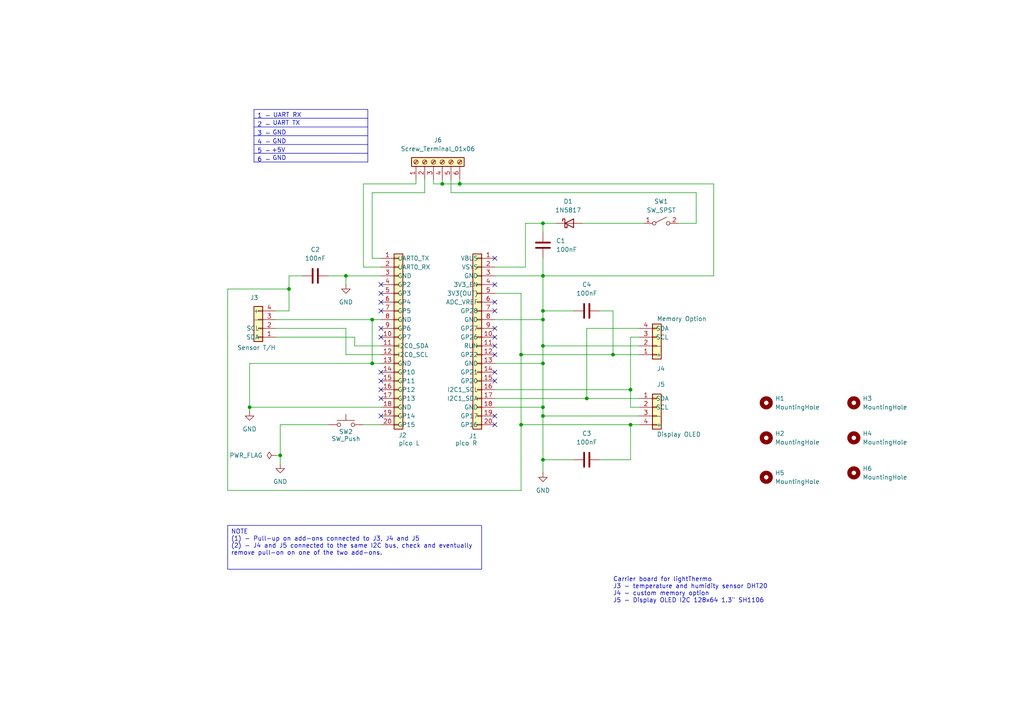
<source format=kicad_sch>
(kicad_sch
	(version 20250114)
	(generator "eeschema")
	(generator_version "9.0")
	(uuid "ff2579f3-1039-4656-ab5f-4644443a1078")
	(paper "A4")
	(title_block
		(title "Carrier board for LightThermo")
		(date "2025-03-10")
		(rev "1.0")
		(company "AM")
	)
	(lib_symbols
		(symbol "Conn_01x04_1"
			(pin_names
				(offset 1.016)
			)
			(exclude_from_sim no)
			(in_bom yes)
			(on_board yes)
			(property "Reference" "J4"
				(at 2.54 0.0001 0)
				(effects
					(font
						(size 1.27 1.27)
					)
					(justify left)
				)
			)
			(property "Value" "Sensore"
				(at 2.54 -2.5399 0)
				(effects
					(font
						(size 1.27 1.27)
					)
					(justify left)
				)
			)
			(property "Footprint" "Connector_PinHeader_2.54mm:PinHeader_1x04_P2.54mm_Horizontal"
				(at 0 0 0)
				(effects
					(font
						(size 1.27 1.27)
					)
					(hide yes)
				)
			)
			(property "Datasheet" "~"
				(at 0 0 0)
				(effects
					(font
						(size 1.27 1.27)
					)
					(hide yes)
				)
			)
			(property "Description" "Generic connector, single row, 01x04, script generated (kicad-library-utils/schlib/autogen/connector/)"
				(at 0 0 0)
				(effects
					(font
						(size 1.27 1.27)
					)
					(hide yes)
				)
			)
			(property "ki_keywords" "connector"
				(at 0 0 0)
				(effects
					(font
						(size 1.27 1.27)
					)
					(hide yes)
				)
			)
			(property "ki_fp_filters" "Connector*:*_1x??_*"
				(at 0 0 0)
				(effects
					(font
						(size 1.27 1.27)
					)
					(hide yes)
				)
			)
			(symbol "Conn_01x04_1_1_1"
				(rectangle
					(start -1.27 3.81)
					(end 1.27 -6.35)
					(stroke
						(width 0.254)
						(type default)
					)
					(fill
						(type background)
					)
				)
				(rectangle
					(start -1.27 2.667)
					(end 0 2.413)
					(stroke
						(width 0.1524)
						(type default)
					)
					(fill
						(type none)
					)
				)
				(rectangle
					(start -1.27 0.127)
					(end 0 -0.127)
					(stroke
						(width 0.1524)
						(type default)
					)
					(fill
						(type none)
					)
				)
				(rectangle
					(start -1.27 -2.413)
					(end 0 -2.667)
					(stroke
						(width 0.1524)
						(type default)
					)
					(fill
						(type none)
					)
				)
				(rectangle
					(start -1.27 -4.953)
					(end 0 -5.207)
					(stroke
						(width 0.1524)
						(type default)
					)
					(fill
						(type none)
					)
				)
				(pin passive line
					(at -5.08 2.54 0)
					(length 3.81)
					(name "SDA"
						(effects
							(font
								(size 1.27 1.27)
							)
						)
					)
					(number "1"
						(effects
							(font
								(size 1.27 1.27)
							)
						)
					)
				)
				(pin passive line
					(at -5.08 0 0)
					(length 3.81)
					(name "SCL"
						(effects
							(font
								(size 1.27 1.27)
							)
						)
					)
					(number "2"
						(effects
							(font
								(size 1.27 1.27)
							)
						)
					)
				)
				(pin passive line
					(at -5.08 -2.54 0)
					(length 3.81)
					(name "-"
						(effects
							(font
								(size 1.27 1.27)
							)
						)
					)
					(number "3"
						(effects
							(font
								(size 1.27 1.27)
							)
						)
					)
				)
				(pin passive line
					(at -5.08 -5.08 0)
					(length 3.81)
					(name "+"
						(effects
							(font
								(size 1.27 1.27)
							)
						)
					)
					(number "4"
						(effects
							(font
								(size 1.27 1.27)
							)
						)
					)
				)
			)
			(embedded_fonts no)
		)
		(symbol "Conn_01x04_2"
			(pin_names
				(offset 1.016)
			)
			(exclude_from_sim no)
			(in_bom yes)
			(on_board yes)
			(property "Reference" "J4"
				(at 0 6.604 0)
				(effects
					(font
						(size 1.27 1.27)
					)
					(justify left)
				)
			)
			(property "Value" "Memory Option"
				(at 0 -7.874 0)
				(effects
					(font
						(size 1.27 1.27)
					)
					(justify left)
				)
			)
			(property "Footprint" "Connector_PinSocket_2.54mm:PinSocket_1x04_P2.54mm_Vertical"
				(at 0 0 0)
				(effects
					(font
						(size 1.27 1.27)
					)
					(hide yes)
				)
			)
			(property "Datasheet" "~"
				(at 0 0 0)
				(effects
					(font
						(size 1.27 1.27)
					)
					(hide yes)
				)
			)
			(property "Description" "Generic connector, single row, 01x04, script generated (kicad-library-utils/schlib/autogen/connector/)"
				(at 0 0 0)
				(effects
					(font
						(size 1.27 1.27)
					)
					(hide yes)
				)
			)
			(property "ki_keywords" "connector"
				(at 0 0 0)
				(effects
					(font
						(size 1.27 1.27)
					)
					(hide yes)
				)
			)
			(property "ki_fp_filters" "Connector*:*_1x??_*"
				(at 0 0 0)
				(effects
					(font
						(size 1.27 1.27)
					)
					(hide yes)
				)
			)
			(symbol "Conn_01x04_2_1_1"
				(rectangle
					(start -1.27 3.81)
					(end 1.27 -6.35)
					(stroke
						(width 0.254)
						(type default)
					)
					(fill
						(type background)
					)
				)
				(rectangle
					(start -1.27 2.667)
					(end 0 2.413)
					(stroke
						(width 0.1524)
						(type default)
					)
					(fill
						(type none)
					)
				)
				(rectangle
					(start -1.27 0.127)
					(end 0 -0.127)
					(stroke
						(width 0.1524)
						(type default)
					)
					(fill
						(type none)
					)
				)
				(rectangle
					(start -1.27 -2.413)
					(end 0 -2.667)
					(stroke
						(width 0.1524)
						(type default)
					)
					(fill
						(type none)
					)
				)
				(rectangle
					(start -1.27 -4.953)
					(end 0 -5.207)
					(stroke
						(width 0.1524)
						(type default)
					)
					(fill
						(type none)
					)
				)
				(pin passive line
					(at -5.08 2.54 0)
					(length 3.81)
					(name "+"
						(effects
							(font
								(size 1.27 1.27)
							)
						)
					)
					(number "1"
						(effects
							(font
								(size 1.27 1.27)
							)
						)
					)
				)
				(pin passive line
					(at -5.08 0 0)
					(length 3.81)
					(name "-"
						(effects
							(font
								(size 1.27 1.27)
							)
						)
					)
					(number "2"
						(effects
							(font
								(size 1.27 1.27)
							)
						)
					)
				)
				(pin passive line
					(at -5.08 -2.54 0)
					(length 3.81)
					(name "SCL"
						(effects
							(font
								(size 1.27 1.27)
							)
						)
					)
					(number "3"
						(effects
							(font
								(size 1.27 1.27)
							)
						)
					)
				)
				(pin passive line
					(at -5.08 -5.08 0)
					(length 3.81)
					(name "SDA"
						(effects
							(font
								(size 1.27 1.27)
							)
						)
					)
					(number "4"
						(effects
							(font
								(size 1.27 1.27)
							)
						)
					)
				)
			)
			(embedded_fonts no)
		)
		(symbol "Conn_01x20_1"
			(pin_names
				(offset 1.016)
			)
			(exclude_from_sim no)
			(in_bom yes)
			(on_board yes)
			(property "Reference" "J1"
				(at 0 -28.702 0)
				(effects
					(font
						(size 1.27 1.27)
					)
					(justify left)
				)
			)
			(property "Value" "pico R"
				(at 0 -30.734 0)
				(effects
					(font
						(size 1.27 1.27)
					)
					(justify left)
				)
			)
			(property "Footprint" "Connector_PinSocket_2.54mm:PinSocket_1x20_P2.54mm_Vertical"
				(at 0 0 0)
				(effects
					(font
						(size 1.27 1.27)
					)
					(hide yes)
				)
			)
			(property "Datasheet" "~"
				(at 0 0 0)
				(effects
					(font
						(size 1.27 1.27)
					)
					(hide yes)
				)
			)
			(property "Description" "Generic connector, single row, 01x20, script generated (kicad-library-utils/schlib/autogen/connector/)"
				(at 0 0 0)
				(effects
					(font
						(size 1.27 1.27)
					)
					(hide yes)
				)
			)
			(property "ki_keywords" "connector"
				(at 0 0 0)
				(effects
					(font
						(size 1.27 1.27)
					)
					(hide yes)
				)
			)
			(property "ki_fp_filters" "Connector*:*_1x??_*"
				(at 0 0 0)
				(effects
					(font
						(size 1.27 1.27)
					)
					(hide yes)
				)
			)
			(symbol "Conn_01x20_1_1_1"
				(rectangle
					(start -1.27 24.13)
					(end 1.27 -26.67)
					(stroke
						(width 0.254)
						(type default)
					)
					(fill
						(type background)
					)
				)
				(rectangle
					(start -1.27 22.987)
					(end 0 22.733)
					(stroke
						(width 0.1524)
						(type default)
					)
					(fill
						(type none)
					)
				)
				(rectangle
					(start -1.27 20.447)
					(end 0 20.193)
					(stroke
						(width 0.1524)
						(type default)
					)
					(fill
						(type none)
					)
				)
				(rectangle
					(start -1.27 17.907)
					(end 0 17.653)
					(stroke
						(width 0.1524)
						(type default)
					)
					(fill
						(type none)
					)
				)
				(rectangle
					(start -1.27 15.367)
					(end 0 15.113)
					(stroke
						(width 0.1524)
						(type default)
					)
					(fill
						(type none)
					)
				)
				(rectangle
					(start -1.27 12.827)
					(end 0 12.573)
					(stroke
						(width 0.1524)
						(type default)
					)
					(fill
						(type none)
					)
				)
				(rectangle
					(start -1.27 10.287)
					(end 0 10.033)
					(stroke
						(width 0.1524)
						(type default)
					)
					(fill
						(type none)
					)
				)
				(rectangle
					(start -1.27 7.747)
					(end 0 7.493)
					(stroke
						(width 0.1524)
						(type default)
					)
					(fill
						(type none)
					)
				)
				(rectangle
					(start -1.27 5.207)
					(end 0 4.953)
					(stroke
						(width 0.1524)
						(type default)
					)
					(fill
						(type none)
					)
				)
				(rectangle
					(start -1.27 2.667)
					(end 0 2.413)
					(stroke
						(width 0.1524)
						(type default)
					)
					(fill
						(type none)
					)
				)
				(rectangle
					(start -1.27 0.127)
					(end 0 -0.127)
					(stroke
						(width 0.1524)
						(type default)
					)
					(fill
						(type none)
					)
				)
				(rectangle
					(start -1.27 -2.413)
					(end 0 -2.667)
					(stroke
						(width 0.1524)
						(type default)
					)
					(fill
						(type none)
					)
				)
				(rectangle
					(start -1.27 -4.953)
					(end 0 -5.207)
					(stroke
						(width 0.1524)
						(type default)
					)
					(fill
						(type none)
					)
				)
				(rectangle
					(start -1.27 -7.493)
					(end 0 -7.747)
					(stroke
						(width 0.1524)
						(type default)
					)
					(fill
						(type none)
					)
				)
				(rectangle
					(start -1.27 -10.033)
					(end 0 -10.287)
					(stroke
						(width 0.1524)
						(type default)
					)
					(fill
						(type none)
					)
				)
				(rectangle
					(start -1.27 -12.573)
					(end 0 -12.827)
					(stroke
						(width 0.1524)
						(type default)
					)
					(fill
						(type none)
					)
				)
				(rectangle
					(start -1.27 -15.113)
					(end 0 -15.367)
					(stroke
						(width 0.1524)
						(type default)
					)
					(fill
						(type none)
					)
				)
				(rectangle
					(start -1.27 -17.653)
					(end 0 -17.907)
					(stroke
						(width 0.1524)
						(type default)
					)
					(fill
						(type none)
					)
				)
				(rectangle
					(start -1.27 -20.193)
					(end 0 -20.447)
					(stroke
						(width 0.1524)
						(type default)
					)
					(fill
						(type none)
					)
				)
				(rectangle
					(start -1.27 -22.733)
					(end 0 -22.987)
					(stroke
						(width 0.1524)
						(type default)
					)
					(fill
						(type none)
					)
				)
				(rectangle
					(start -1.27 -25.273)
					(end 0 -25.527)
					(stroke
						(width 0.1524)
						(type default)
					)
					(fill
						(type none)
					)
				)
				(pin passive line
					(at -5.08 22.86 0)
					(length 3.81)
					(name "VBUS"
						(effects
							(font
								(size 1.27 1.27)
							)
						)
					)
					(number "1"
						(effects
							(font
								(size 1.27 1.27)
							)
						)
					)
				)
				(pin passive line
					(at -5.08 20.32 0)
					(length 3.81)
					(name "VSYS"
						(effects
							(font
								(size 1.27 1.27)
							)
						)
					)
					(number "2"
						(effects
							(font
								(size 1.27 1.27)
							)
						)
					)
				)
				(pin passive line
					(at -5.08 17.78 0)
					(length 3.81)
					(name "GND"
						(effects
							(font
								(size 1.27 1.27)
							)
						)
					)
					(number "3"
						(effects
							(font
								(size 1.27 1.27)
							)
						)
					)
				)
				(pin passive line
					(at -5.08 15.24 0)
					(length 3.81)
					(name "3V3_EN"
						(effects
							(font
								(size 1.27 1.27)
							)
						)
					)
					(number "4"
						(effects
							(font
								(size 1.27 1.27)
							)
						)
					)
				)
				(pin passive line
					(at -5.08 12.7 0)
					(length 3.81)
					(name "3V3(OUT)"
						(effects
							(font
								(size 1.27 1.27)
							)
						)
					)
					(number "5"
						(effects
							(font
								(size 1.27 1.27)
							)
						)
					)
				)
				(pin passive line
					(at -5.08 10.16 0)
					(length 3.81)
					(name "ADC_VREF"
						(effects
							(font
								(size 1.27 1.27)
							)
						)
					)
					(number "6"
						(effects
							(font
								(size 1.27 1.27)
							)
						)
					)
				)
				(pin passive line
					(at -5.08 7.62 0)
					(length 3.81)
					(name "GP28"
						(effects
							(font
								(size 1.27 1.27)
							)
						)
					)
					(number "7"
						(effects
							(font
								(size 1.27 1.27)
							)
						)
					)
				)
				(pin passive line
					(at -5.08 5.08 0)
					(length 3.81)
					(name "GND"
						(effects
							(font
								(size 1.27 1.27)
							)
						)
					)
					(number "8"
						(effects
							(font
								(size 1.27 1.27)
							)
						)
					)
				)
				(pin passive line
					(at -5.08 2.54 0)
					(length 3.81)
					(name "GP27"
						(effects
							(font
								(size 1.27 1.27)
							)
						)
					)
					(number "9"
						(effects
							(font
								(size 1.27 1.27)
							)
						)
					)
				)
				(pin passive line
					(at -5.08 0 0)
					(length 3.81)
					(name "GP26"
						(effects
							(font
								(size 1.27 1.27)
							)
						)
					)
					(number "10"
						(effects
							(font
								(size 1.27 1.27)
							)
						)
					)
				)
				(pin passive line
					(at -5.08 -2.54 0)
					(length 3.81)
					(name "RUN"
						(effects
							(font
								(size 1.27 1.27)
							)
						)
					)
					(number "11"
						(effects
							(font
								(size 1.27 1.27)
							)
						)
					)
				)
				(pin passive line
					(at -5.08 -5.08 0)
					(length 3.81)
					(name "GP22"
						(effects
							(font
								(size 1.27 1.27)
							)
						)
					)
					(number "12"
						(effects
							(font
								(size 1.27 1.27)
							)
						)
					)
				)
				(pin passive line
					(at -5.08 -7.62 0)
					(length 3.81)
					(name "GND"
						(effects
							(font
								(size 1.27 1.27)
							)
						)
					)
					(number "13"
						(effects
							(font
								(size 1.27 1.27)
							)
						)
					)
				)
				(pin passive line
					(at -5.08 -10.16 0)
					(length 3.81)
					(name "GP21"
						(effects
							(font
								(size 1.27 1.27)
							)
						)
					)
					(number "14"
						(effects
							(font
								(size 1.27 1.27)
							)
						)
					)
				)
				(pin passive line
					(at -5.08 -12.7 0)
					(length 3.81)
					(name "GP20"
						(effects
							(font
								(size 1.27 1.27)
							)
						)
					)
					(number "15"
						(effects
							(font
								(size 1.27 1.27)
							)
						)
					)
				)
				(pin passive line
					(at -5.08 -15.24 0)
					(length 3.81)
					(name "I2C1_SCL"
						(effects
							(font
								(size 1.27 1.27)
							)
						)
					)
					(number "16"
						(effects
							(font
								(size 1.27 1.27)
							)
						)
					)
				)
				(pin passive line
					(at -5.08 -17.78 0)
					(length 3.81)
					(name "I2C1_SDA"
						(effects
							(font
								(size 1.27 1.27)
							)
						)
					)
					(number "17"
						(effects
							(font
								(size 1.27 1.27)
							)
						)
					)
				)
				(pin passive line
					(at -5.08 -20.32 0)
					(length 3.81)
					(name "GND"
						(effects
							(font
								(size 1.27 1.27)
							)
						)
					)
					(number "18"
						(effects
							(font
								(size 1.27 1.27)
							)
						)
					)
				)
				(pin passive line
					(at -5.08 -22.86 0)
					(length 3.81)
					(name "GP17"
						(effects
							(font
								(size 1.27 1.27)
							)
						)
					)
					(number "19"
						(effects
							(font
								(size 1.27 1.27)
							)
						)
					)
				)
				(pin passive line
					(at -5.08 -25.4 0)
					(length 3.81)
					(name "GP16"
						(effects
							(font
								(size 1.27 1.27)
							)
						)
					)
					(number "20"
						(effects
							(font
								(size 1.27 1.27)
							)
						)
					)
				)
			)
			(embedded_fonts no)
		)
		(symbol "Connector:Screw_Terminal_01x06"
			(pin_names
				(offset 1.016)
				(hide yes)
			)
			(exclude_from_sim no)
			(in_bom yes)
			(on_board yes)
			(property "Reference" "J"
				(at 0 7.62 0)
				(effects
					(font
						(size 1.27 1.27)
					)
				)
			)
			(property "Value" "Screw_Terminal_01x06"
				(at 0 -10.16 0)
				(effects
					(font
						(size 1.27 1.27)
					)
				)
			)
			(property "Footprint" ""
				(at 0 0 0)
				(effects
					(font
						(size 1.27 1.27)
					)
					(hide yes)
				)
			)
			(property "Datasheet" "~"
				(at 0 0 0)
				(effects
					(font
						(size 1.27 1.27)
					)
					(hide yes)
				)
			)
			(property "Description" "Generic screw terminal, single row, 01x06, script generated (kicad-library-utils/schlib/autogen/connector/)"
				(at 0 0 0)
				(effects
					(font
						(size 1.27 1.27)
					)
					(hide yes)
				)
			)
			(property "ki_keywords" "screw terminal"
				(at 0 0 0)
				(effects
					(font
						(size 1.27 1.27)
					)
					(hide yes)
				)
			)
			(property "ki_fp_filters" "TerminalBlock*:*"
				(at 0 0 0)
				(effects
					(font
						(size 1.27 1.27)
					)
					(hide yes)
				)
			)
			(symbol "Screw_Terminal_01x06_1_1"
				(rectangle
					(start -1.27 6.35)
					(end 1.27 -8.89)
					(stroke
						(width 0.254)
						(type default)
					)
					(fill
						(type background)
					)
				)
				(polyline
					(pts
						(xy -0.5334 5.4102) (xy 0.3302 4.572)
					)
					(stroke
						(width 0.1524)
						(type default)
					)
					(fill
						(type none)
					)
				)
				(polyline
					(pts
						(xy -0.5334 2.8702) (xy 0.3302 2.032)
					)
					(stroke
						(width 0.1524)
						(type default)
					)
					(fill
						(type none)
					)
				)
				(polyline
					(pts
						(xy -0.5334 0.3302) (xy 0.3302 -0.508)
					)
					(stroke
						(width 0.1524)
						(type default)
					)
					(fill
						(type none)
					)
				)
				(polyline
					(pts
						(xy -0.5334 -2.2098) (xy 0.3302 -3.048)
					)
					(stroke
						(width 0.1524)
						(type default)
					)
					(fill
						(type none)
					)
				)
				(polyline
					(pts
						(xy -0.5334 -4.7498) (xy 0.3302 -5.588)
					)
					(stroke
						(width 0.1524)
						(type default)
					)
					(fill
						(type none)
					)
				)
				(polyline
					(pts
						(xy -0.5334 -7.2898) (xy 0.3302 -8.128)
					)
					(stroke
						(width 0.1524)
						(type default)
					)
					(fill
						(type none)
					)
				)
				(polyline
					(pts
						(xy -0.3556 5.588) (xy 0.508 4.7498)
					)
					(stroke
						(width 0.1524)
						(type default)
					)
					(fill
						(type none)
					)
				)
				(polyline
					(pts
						(xy -0.3556 3.048) (xy 0.508 2.2098)
					)
					(stroke
						(width 0.1524)
						(type default)
					)
					(fill
						(type none)
					)
				)
				(polyline
					(pts
						(xy -0.3556 0.508) (xy 0.508 -0.3302)
					)
					(stroke
						(width 0.1524)
						(type default)
					)
					(fill
						(type none)
					)
				)
				(polyline
					(pts
						(xy -0.3556 -2.032) (xy 0.508 -2.8702)
					)
					(stroke
						(width 0.1524)
						(type default)
					)
					(fill
						(type none)
					)
				)
				(polyline
					(pts
						(xy -0.3556 -4.572) (xy 0.508 -5.4102)
					)
					(stroke
						(width 0.1524)
						(type default)
					)
					(fill
						(type none)
					)
				)
				(polyline
					(pts
						(xy -0.3556 -7.112) (xy 0.508 -7.9502)
					)
					(stroke
						(width 0.1524)
						(type default)
					)
					(fill
						(type none)
					)
				)
				(circle
					(center 0 5.08)
					(radius 0.635)
					(stroke
						(width 0.1524)
						(type default)
					)
					(fill
						(type none)
					)
				)
				(circle
					(center 0 2.54)
					(radius 0.635)
					(stroke
						(width 0.1524)
						(type default)
					)
					(fill
						(type none)
					)
				)
				(circle
					(center 0 0)
					(radius 0.635)
					(stroke
						(width 0.1524)
						(type default)
					)
					(fill
						(type none)
					)
				)
				(circle
					(center 0 -2.54)
					(radius 0.635)
					(stroke
						(width 0.1524)
						(type default)
					)
					(fill
						(type none)
					)
				)
				(circle
					(center 0 -5.08)
					(radius 0.635)
					(stroke
						(width 0.1524)
						(type default)
					)
					(fill
						(type none)
					)
				)
				(circle
					(center 0 -7.62)
					(radius 0.635)
					(stroke
						(width 0.1524)
						(type default)
					)
					(fill
						(type none)
					)
				)
				(pin passive line
					(at -5.08 5.08 0)
					(length 3.81)
					(name "Pin_1"
						(effects
							(font
								(size 1.27 1.27)
							)
						)
					)
					(number "1"
						(effects
							(font
								(size 1.27 1.27)
							)
						)
					)
				)
				(pin passive line
					(at -5.08 2.54 0)
					(length 3.81)
					(name "Pin_2"
						(effects
							(font
								(size 1.27 1.27)
							)
						)
					)
					(number "2"
						(effects
							(font
								(size 1.27 1.27)
							)
						)
					)
				)
				(pin passive line
					(at -5.08 0 0)
					(length 3.81)
					(name "Pin_3"
						(effects
							(font
								(size 1.27 1.27)
							)
						)
					)
					(number "3"
						(effects
							(font
								(size 1.27 1.27)
							)
						)
					)
				)
				(pin passive line
					(at -5.08 -2.54 0)
					(length 3.81)
					(name "Pin_4"
						(effects
							(font
								(size 1.27 1.27)
							)
						)
					)
					(number "4"
						(effects
							(font
								(size 1.27 1.27)
							)
						)
					)
				)
				(pin passive line
					(at -5.08 -5.08 0)
					(length 3.81)
					(name "Pin_5"
						(effects
							(font
								(size 1.27 1.27)
							)
						)
					)
					(number "5"
						(effects
							(font
								(size 1.27 1.27)
							)
						)
					)
				)
				(pin passive line
					(at -5.08 -7.62 0)
					(length 3.81)
					(name "Pin_6"
						(effects
							(font
								(size 1.27 1.27)
							)
						)
					)
					(number "6"
						(effects
							(font
								(size 1.27 1.27)
							)
						)
					)
				)
			)
			(embedded_fonts no)
		)
		(symbol "Connector_Generic:Conn_01x20"
			(pin_names
				(offset 1.016)
			)
			(exclude_from_sim no)
			(in_bom yes)
			(on_board yes)
			(property "Reference" "J2"
				(at 2.54 0.0001 0)
				(effects
					(font
						(size 1.27 1.27)
					)
					(justify left)
				)
			)
			(property "Value" "pico L"
				(at 2.54 -2.5399 0)
				(effects
					(font
						(size 1.27 1.27)
					)
					(justify left)
				)
			)
			(property "Footprint" "Connector_PinSocket_2.54mm:PinSocket_1x20_P2.54mm_Vertical"
				(at 0 0 0)
				(effects
					(font
						(size 1.27 1.27)
					)
					(hide yes)
				)
			)
			(property "Datasheet" "~"
				(at 0 0 0)
				(effects
					(font
						(size 1.27 1.27)
					)
					(hide yes)
				)
			)
			(property "Description" "Generic connector, single row, 01x20, script generated (kicad-library-utils/schlib/autogen/connector/)"
				(at 0 0 0)
				(effects
					(font
						(size 1.27 1.27)
					)
					(hide yes)
				)
			)
			(property "ki_keywords" "connector"
				(at 0 0 0)
				(effects
					(font
						(size 1.27 1.27)
					)
					(hide yes)
				)
			)
			(property "ki_fp_filters" "Connector*:*_1x??_*"
				(at 0 0 0)
				(effects
					(font
						(size 1.27 1.27)
					)
					(hide yes)
				)
			)
			(symbol "Conn_01x20_1_1"
				(rectangle
					(start -1.27 24.13)
					(end 1.27 -26.67)
					(stroke
						(width 0.254)
						(type default)
					)
					(fill
						(type background)
					)
				)
				(rectangle
					(start -1.27 22.987)
					(end 0 22.733)
					(stroke
						(width 0.1524)
						(type default)
					)
					(fill
						(type none)
					)
				)
				(rectangle
					(start -1.27 20.447)
					(end 0 20.193)
					(stroke
						(width 0.1524)
						(type default)
					)
					(fill
						(type none)
					)
				)
				(rectangle
					(start -1.27 17.907)
					(end 0 17.653)
					(stroke
						(width 0.1524)
						(type default)
					)
					(fill
						(type none)
					)
				)
				(rectangle
					(start -1.27 15.367)
					(end 0 15.113)
					(stroke
						(width 0.1524)
						(type default)
					)
					(fill
						(type none)
					)
				)
				(rectangle
					(start -1.27 12.827)
					(end 0 12.573)
					(stroke
						(width 0.1524)
						(type default)
					)
					(fill
						(type none)
					)
				)
				(rectangle
					(start -1.27 10.287)
					(end 0 10.033)
					(stroke
						(width 0.1524)
						(type default)
					)
					(fill
						(type none)
					)
				)
				(rectangle
					(start -1.27 7.747)
					(end 0 7.493)
					(stroke
						(width 0.1524)
						(type default)
					)
					(fill
						(type none)
					)
				)
				(rectangle
					(start -1.27 5.207)
					(end 0 4.953)
					(stroke
						(width 0.1524)
						(type default)
					)
					(fill
						(type none)
					)
				)
				(rectangle
					(start -1.27 2.667)
					(end 0 2.413)
					(stroke
						(width 0.1524)
						(type default)
					)
					(fill
						(type none)
					)
				)
				(rectangle
					(start -1.27 0.127)
					(end 0 -0.127)
					(stroke
						(width 0.1524)
						(type default)
					)
					(fill
						(type none)
					)
				)
				(rectangle
					(start -1.27 -2.413)
					(end 0 -2.667)
					(stroke
						(width 0.1524)
						(type default)
					)
					(fill
						(type none)
					)
				)
				(rectangle
					(start -1.27 -4.953)
					(end 0 -5.207)
					(stroke
						(width 0.1524)
						(type default)
					)
					(fill
						(type none)
					)
				)
				(rectangle
					(start -1.27 -7.493)
					(end 0 -7.747)
					(stroke
						(width 0.1524)
						(type default)
					)
					(fill
						(type none)
					)
				)
				(rectangle
					(start -1.27 -10.033)
					(end 0 -10.287)
					(stroke
						(width 0.1524)
						(type default)
					)
					(fill
						(type none)
					)
				)
				(rectangle
					(start -1.27 -12.573)
					(end 0 -12.827)
					(stroke
						(width 0.1524)
						(type default)
					)
					(fill
						(type none)
					)
				)
				(rectangle
					(start -1.27 -15.113)
					(end 0 -15.367)
					(stroke
						(width 0.1524)
						(type default)
					)
					(fill
						(type none)
					)
				)
				(rectangle
					(start -1.27 -17.653)
					(end 0 -17.907)
					(stroke
						(width 0.1524)
						(type default)
					)
					(fill
						(type none)
					)
				)
				(rectangle
					(start -1.27 -20.193)
					(end 0 -20.447)
					(stroke
						(width 0.1524)
						(type default)
					)
					(fill
						(type none)
					)
				)
				(rectangle
					(start -1.27 -22.733)
					(end 0 -22.987)
					(stroke
						(width 0.1524)
						(type default)
					)
					(fill
						(type none)
					)
				)
				(rectangle
					(start -1.27 -25.273)
					(end 0 -25.527)
					(stroke
						(width 0.1524)
						(type default)
					)
					(fill
						(type none)
					)
				)
				(pin passive line
					(at -5.08 22.86 0)
					(length 3.81)
					(name "UART0_TX"
						(effects
							(font
								(size 1.27 1.27)
							)
						)
					)
					(number "1"
						(effects
							(font
								(size 1.27 1.27)
							)
						)
					)
				)
				(pin passive line
					(at -5.08 20.32 0)
					(length 3.81)
					(name "UART0_RX"
						(effects
							(font
								(size 1.27 1.27)
							)
						)
					)
					(number "2"
						(effects
							(font
								(size 1.27 1.27)
							)
						)
					)
				)
				(pin passive line
					(at -5.08 17.78 0)
					(length 3.81)
					(name "GND"
						(effects
							(font
								(size 1.27 1.27)
							)
						)
					)
					(number "3"
						(effects
							(font
								(size 1.27 1.27)
							)
						)
					)
				)
				(pin passive line
					(at -5.08 15.24 0)
					(length 3.81)
					(name "GP2"
						(effects
							(font
								(size 1.27 1.27)
							)
						)
					)
					(number "4"
						(effects
							(font
								(size 1.27 1.27)
							)
						)
					)
				)
				(pin passive line
					(at -5.08 12.7 0)
					(length 3.81)
					(name "GP3"
						(effects
							(font
								(size 1.27 1.27)
							)
						)
					)
					(number "5"
						(effects
							(font
								(size 1.27 1.27)
							)
						)
					)
				)
				(pin passive line
					(at -5.08 10.16 0)
					(length 3.81)
					(name "GP4"
						(effects
							(font
								(size 1.27 1.27)
							)
						)
					)
					(number "6"
						(effects
							(font
								(size 1.27 1.27)
							)
						)
					)
				)
				(pin passive line
					(at -5.08 7.62 0)
					(length 3.81)
					(name "GP5"
						(effects
							(font
								(size 1.27 1.27)
							)
						)
					)
					(number "7"
						(effects
							(font
								(size 1.27 1.27)
							)
						)
					)
				)
				(pin passive line
					(at -5.08 5.08 0)
					(length 3.81)
					(name "GND"
						(effects
							(font
								(size 1.27 1.27)
							)
						)
					)
					(number "8"
						(effects
							(font
								(size 1.27 1.27)
							)
						)
					)
				)
				(pin passive line
					(at -5.08 2.54 0)
					(length 3.81)
					(name "GP6"
						(effects
							(font
								(size 1.27 1.27)
							)
						)
					)
					(number "9"
						(effects
							(font
								(size 1.27 1.27)
							)
						)
					)
				)
				(pin passive line
					(at -5.08 0 0)
					(length 3.81)
					(name "GP7"
						(effects
							(font
								(size 1.27 1.27)
							)
						)
					)
					(number "10"
						(effects
							(font
								(size 1.27 1.27)
							)
						)
					)
				)
				(pin passive line
					(at -5.08 -2.54 0)
					(length 3.81)
					(name "I2C0_SDA"
						(effects
							(font
								(size 1.27 1.27)
							)
						)
					)
					(number "11"
						(effects
							(font
								(size 1.27 1.27)
							)
						)
					)
				)
				(pin passive line
					(at -5.08 -5.08 0)
					(length 3.81)
					(name "I2C0_SCL"
						(effects
							(font
								(size 1.27 1.27)
							)
						)
					)
					(number "12"
						(effects
							(font
								(size 1.27 1.27)
							)
						)
					)
				)
				(pin passive line
					(at -5.08 -7.62 0)
					(length 3.81)
					(name "GND"
						(effects
							(font
								(size 1.27 1.27)
							)
						)
					)
					(number "13"
						(effects
							(font
								(size 1.27 1.27)
							)
						)
					)
				)
				(pin passive line
					(at -5.08 -10.16 0)
					(length 3.81)
					(name "GP10"
						(effects
							(font
								(size 1.27 1.27)
							)
						)
					)
					(number "14"
						(effects
							(font
								(size 1.27 1.27)
							)
						)
					)
				)
				(pin passive line
					(at -5.08 -12.7 0)
					(length 3.81)
					(name "GP11"
						(effects
							(font
								(size 1.27 1.27)
							)
						)
					)
					(number "15"
						(effects
							(font
								(size 1.27 1.27)
							)
						)
					)
				)
				(pin passive line
					(at -5.08 -15.24 0)
					(length 3.81)
					(name "GP12"
						(effects
							(font
								(size 1.27 1.27)
							)
						)
					)
					(number "16"
						(effects
							(font
								(size 1.27 1.27)
							)
						)
					)
				)
				(pin passive line
					(at -5.08 -17.78 0)
					(length 3.81)
					(name "GP13"
						(effects
							(font
								(size 1.27 1.27)
							)
						)
					)
					(number "17"
						(effects
							(font
								(size 1.27 1.27)
							)
						)
					)
				)
				(pin passive line
					(at -5.08 -20.32 0)
					(length 3.81)
					(name "GND"
						(effects
							(font
								(size 1.27 1.27)
							)
						)
					)
					(number "18"
						(effects
							(font
								(size 1.27 1.27)
							)
						)
					)
				)
				(pin passive line
					(at -5.08 -22.86 0)
					(length 3.81)
					(name "GP14"
						(effects
							(font
								(size 1.27 1.27)
							)
						)
					)
					(number "19"
						(effects
							(font
								(size 1.27 1.27)
							)
						)
					)
				)
				(pin passive line
					(at -5.08 -25.4 0)
					(length 3.81)
					(name "GP15"
						(effects
							(font
								(size 1.27 1.27)
							)
						)
					)
					(number "20"
						(effects
							(font
								(size 1.27 1.27)
							)
						)
					)
				)
			)
			(embedded_fonts no)
		)
		(symbol "Device:C"
			(pin_numbers
				(hide yes)
			)
			(pin_names
				(offset 0.254)
			)
			(exclude_from_sim no)
			(in_bom yes)
			(on_board yes)
			(property "Reference" "C"
				(at 0.635 2.54 0)
				(effects
					(font
						(size 1.27 1.27)
					)
					(justify left)
				)
			)
			(property "Value" "C"
				(at 0.635 -2.54 0)
				(effects
					(font
						(size 1.27 1.27)
					)
					(justify left)
				)
			)
			(property "Footprint" ""
				(at 0.9652 -3.81 0)
				(effects
					(font
						(size 1.27 1.27)
					)
					(hide yes)
				)
			)
			(property "Datasheet" "~"
				(at 0 0 0)
				(effects
					(font
						(size 1.27 1.27)
					)
					(hide yes)
				)
			)
			(property "Description" "Unpolarized capacitor"
				(at 0 0 0)
				(effects
					(font
						(size 1.27 1.27)
					)
					(hide yes)
				)
			)
			(property "ki_keywords" "cap capacitor"
				(at 0 0 0)
				(effects
					(font
						(size 1.27 1.27)
					)
					(hide yes)
				)
			)
			(property "ki_fp_filters" "C_*"
				(at 0 0 0)
				(effects
					(font
						(size 1.27 1.27)
					)
					(hide yes)
				)
			)
			(symbol "C_0_1"
				(polyline
					(pts
						(xy -2.032 0.762) (xy 2.032 0.762)
					)
					(stroke
						(width 0.508)
						(type default)
					)
					(fill
						(type none)
					)
				)
				(polyline
					(pts
						(xy -2.032 -0.762) (xy 2.032 -0.762)
					)
					(stroke
						(width 0.508)
						(type default)
					)
					(fill
						(type none)
					)
				)
			)
			(symbol "C_1_1"
				(pin passive line
					(at 0 3.81 270)
					(length 2.794)
					(name "~"
						(effects
							(font
								(size 1.27 1.27)
							)
						)
					)
					(number "1"
						(effects
							(font
								(size 1.27 1.27)
							)
						)
					)
				)
				(pin passive line
					(at 0 -3.81 90)
					(length 2.794)
					(name "~"
						(effects
							(font
								(size 1.27 1.27)
							)
						)
					)
					(number "2"
						(effects
							(font
								(size 1.27 1.27)
							)
						)
					)
				)
			)
			(embedded_fonts no)
		)
		(symbol "Diode:1N5817"
			(pin_numbers
				(hide yes)
			)
			(pin_names
				(offset 1.016)
				(hide yes)
			)
			(exclude_from_sim no)
			(in_bom yes)
			(on_board yes)
			(property "Reference" "D"
				(at 0 2.54 0)
				(effects
					(font
						(size 1.27 1.27)
					)
				)
			)
			(property "Value" "1N5817"
				(at 0 -2.54 0)
				(effects
					(font
						(size 1.27 1.27)
					)
				)
			)
			(property "Footprint" "Diode_THT:D_DO-41_SOD81_P10.16mm_Horizontal"
				(at 0 -4.445 0)
				(effects
					(font
						(size 1.27 1.27)
					)
					(hide yes)
				)
			)
			(property "Datasheet" "http://www.vishay.com/docs/88525/1n5817.pdf"
				(at 0 0 0)
				(effects
					(font
						(size 1.27 1.27)
					)
					(hide yes)
				)
			)
			(property "Description" "20V 1A Schottky Barrier Rectifier Diode, DO-41"
				(at 0 0 0)
				(effects
					(font
						(size 1.27 1.27)
					)
					(hide yes)
				)
			)
			(property "ki_keywords" "diode Schottky"
				(at 0 0 0)
				(effects
					(font
						(size 1.27 1.27)
					)
					(hide yes)
				)
			)
			(property "ki_fp_filters" "D*DO?41*"
				(at 0 0 0)
				(effects
					(font
						(size 1.27 1.27)
					)
					(hide yes)
				)
			)
			(symbol "1N5817_0_1"
				(polyline
					(pts
						(xy -1.905 0.635) (xy -1.905 1.27) (xy -1.27 1.27) (xy -1.27 -1.27) (xy -0.635 -1.27) (xy -0.635 -0.635)
					)
					(stroke
						(width 0.254)
						(type default)
					)
					(fill
						(type none)
					)
				)
				(polyline
					(pts
						(xy 1.27 1.27) (xy 1.27 -1.27) (xy -1.27 0) (xy 1.27 1.27)
					)
					(stroke
						(width 0.254)
						(type default)
					)
					(fill
						(type none)
					)
				)
				(polyline
					(pts
						(xy 1.27 0) (xy -1.27 0)
					)
					(stroke
						(width 0)
						(type default)
					)
					(fill
						(type none)
					)
				)
			)
			(symbol "1N5817_1_1"
				(pin passive line
					(at -3.81 0 0)
					(length 2.54)
					(name "K"
						(effects
							(font
								(size 1.27 1.27)
							)
						)
					)
					(number "1"
						(effects
							(font
								(size 1.27 1.27)
							)
						)
					)
				)
				(pin passive line
					(at 3.81 0 180)
					(length 2.54)
					(name "A"
						(effects
							(font
								(size 1.27 1.27)
							)
						)
					)
					(number "2"
						(effects
							(font
								(size 1.27 1.27)
							)
						)
					)
				)
			)
			(embedded_fonts no)
		)
		(symbol "Mechanical:MountingHole"
			(pin_names
				(offset 1.016)
			)
			(exclude_from_sim yes)
			(in_bom no)
			(on_board yes)
			(property "Reference" "H"
				(at 0 5.08 0)
				(effects
					(font
						(size 1.27 1.27)
					)
				)
			)
			(property "Value" "MountingHole"
				(at 0 3.175 0)
				(effects
					(font
						(size 1.27 1.27)
					)
				)
			)
			(property "Footprint" ""
				(at 0 0 0)
				(effects
					(font
						(size 1.27 1.27)
					)
					(hide yes)
				)
			)
			(property "Datasheet" "~"
				(at 0 0 0)
				(effects
					(font
						(size 1.27 1.27)
					)
					(hide yes)
				)
			)
			(property "Description" "Mounting Hole without connection"
				(at 0 0 0)
				(effects
					(font
						(size 1.27 1.27)
					)
					(hide yes)
				)
			)
			(property "ki_keywords" "mounting hole"
				(at 0 0 0)
				(effects
					(font
						(size 1.27 1.27)
					)
					(hide yes)
				)
			)
			(property "ki_fp_filters" "MountingHole*"
				(at 0 0 0)
				(effects
					(font
						(size 1.27 1.27)
					)
					(hide yes)
				)
			)
			(symbol "MountingHole_0_1"
				(circle
					(center 0 0)
					(radius 1.27)
					(stroke
						(width 1.27)
						(type default)
					)
					(fill
						(type none)
					)
				)
			)
			(embedded_fonts no)
		)
		(symbol "Switch:SW_Push"
			(pin_numbers
				(hide yes)
			)
			(pin_names
				(offset 1.016)
				(hide yes)
			)
			(exclude_from_sim no)
			(in_bom yes)
			(on_board yes)
			(property "Reference" "SW"
				(at 1.27 2.54 0)
				(effects
					(font
						(size 1.27 1.27)
					)
					(justify left)
				)
			)
			(property "Value" "SW_Push"
				(at 0 -1.524 0)
				(effects
					(font
						(size 1.27 1.27)
					)
				)
			)
			(property "Footprint" ""
				(at 0 5.08 0)
				(effects
					(font
						(size 1.27 1.27)
					)
					(hide yes)
				)
			)
			(property "Datasheet" "~"
				(at 0 5.08 0)
				(effects
					(font
						(size 1.27 1.27)
					)
					(hide yes)
				)
			)
			(property "Description" "Push button switch, generic, two pins"
				(at 0 0 0)
				(effects
					(font
						(size 1.27 1.27)
					)
					(hide yes)
				)
			)
			(property "ki_keywords" "switch normally-open pushbutton push-button"
				(at 0 0 0)
				(effects
					(font
						(size 1.27 1.27)
					)
					(hide yes)
				)
			)
			(symbol "SW_Push_0_1"
				(circle
					(center -2.032 0)
					(radius 0.508)
					(stroke
						(width 0)
						(type default)
					)
					(fill
						(type none)
					)
				)
				(polyline
					(pts
						(xy 0 1.27) (xy 0 3.048)
					)
					(stroke
						(width 0)
						(type default)
					)
					(fill
						(type none)
					)
				)
				(circle
					(center 2.032 0)
					(radius 0.508)
					(stroke
						(width 0)
						(type default)
					)
					(fill
						(type none)
					)
				)
				(polyline
					(pts
						(xy 2.54 1.27) (xy -2.54 1.27)
					)
					(stroke
						(width 0)
						(type default)
					)
					(fill
						(type none)
					)
				)
				(pin passive line
					(at -5.08 0 0)
					(length 2.54)
					(name "1"
						(effects
							(font
								(size 1.27 1.27)
							)
						)
					)
					(number "1"
						(effects
							(font
								(size 1.27 1.27)
							)
						)
					)
				)
				(pin passive line
					(at 5.08 0 180)
					(length 2.54)
					(name "2"
						(effects
							(font
								(size 1.27 1.27)
							)
						)
					)
					(number "2"
						(effects
							(font
								(size 1.27 1.27)
							)
						)
					)
				)
			)
			(embedded_fonts no)
		)
		(symbol "Switch:SW_SPST"
			(pin_names
				(offset 0)
				(hide yes)
			)
			(exclude_from_sim no)
			(in_bom yes)
			(on_board yes)
			(property "Reference" "SW"
				(at 0 3.175 0)
				(effects
					(font
						(size 1.27 1.27)
					)
				)
			)
			(property "Value" "SW_SPST"
				(at 0 -2.54 0)
				(effects
					(font
						(size 1.27 1.27)
					)
				)
			)
			(property "Footprint" ""
				(at 0 0 0)
				(effects
					(font
						(size 1.27 1.27)
					)
					(hide yes)
				)
			)
			(property "Datasheet" "~"
				(at 0 0 0)
				(effects
					(font
						(size 1.27 1.27)
					)
					(hide yes)
				)
			)
			(property "Description" "Single Pole Single Throw (SPST) switch"
				(at 0 0 0)
				(effects
					(font
						(size 1.27 1.27)
					)
					(hide yes)
				)
			)
			(property "ki_keywords" "switch lever"
				(at 0 0 0)
				(effects
					(font
						(size 1.27 1.27)
					)
					(hide yes)
				)
			)
			(symbol "SW_SPST_0_0"
				(circle
					(center -2.032 0)
					(radius 0.508)
					(stroke
						(width 0)
						(type default)
					)
					(fill
						(type none)
					)
				)
				(polyline
					(pts
						(xy -1.524 0.254) (xy 1.524 1.778)
					)
					(stroke
						(width 0)
						(type default)
					)
					(fill
						(type none)
					)
				)
				(circle
					(center 2.032 0)
					(radius 0.508)
					(stroke
						(width 0)
						(type default)
					)
					(fill
						(type none)
					)
				)
			)
			(symbol "SW_SPST_1_1"
				(pin passive line
					(at -5.08 0 0)
					(length 2.54)
					(name "A"
						(effects
							(font
								(size 1.27 1.27)
							)
						)
					)
					(number "1"
						(effects
							(font
								(size 1.27 1.27)
							)
						)
					)
				)
				(pin passive line
					(at 5.08 0 180)
					(length 2.54)
					(name "B"
						(effects
							(font
								(size 1.27 1.27)
							)
						)
					)
					(number "2"
						(effects
							(font
								(size 1.27 1.27)
							)
						)
					)
				)
			)
			(embedded_fonts no)
		)
		(symbol "power:GND"
			(power)
			(pin_numbers
				(hide yes)
			)
			(pin_names
				(offset 0)
				(hide yes)
			)
			(exclude_from_sim no)
			(in_bom yes)
			(on_board yes)
			(property "Reference" "#PWR"
				(at 0 -6.35 0)
				(effects
					(font
						(size 1.27 1.27)
					)
					(hide yes)
				)
			)
			(property "Value" "GND"
				(at 0 -3.81 0)
				(effects
					(font
						(size 1.27 1.27)
					)
				)
			)
			(property "Footprint" ""
				(at 0 0 0)
				(effects
					(font
						(size 1.27 1.27)
					)
					(hide yes)
				)
			)
			(property "Datasheet" ""
				(at 0 0 0)
				(effects
					(font
						(size 1.27 1.27)
					)
					(hide yes)
				)
			)
			(property "Description" "Power symbol creates a global label with name \"GND\" , ground"
				(at 0 0 0)
				(effects
					(font
						(size 1.27 1.27)
					)
					(hide yes)
				)
			)
			(property "ki_keywords" "global power"
				(at 0 0 0)
				(effects
					(font
						(size 1.27 1.27)
					)
					(hide yes)
				)
			)
			(symbol "GND_0_1"
				(polyline
					(pts
						(xy 0 0) (xy 0 -1.27) (xy 1.27 -1.27) (xy 0 -2.54) (xy -1.27 -1.27) (xy 0 -1.27)
					)
					(stroke
						(width 0)
						(type default)
					)
					(fill
						(type none)
					)
				)
			)
			(symbol "GND_1_1"
				(pin power_in line
					(at 0 0 270)
					(length 0)
					(name "~"
						(effects
							(font
								(size 1.27 1.27)
							)
						)
					)
					(number "1"
						(effects
							(font
								(size 1.27 1.27)
							)
						)
					)
				)
			)
			(embedded_fonts no)
		)
		(symbol "power:PWR_FLAG"
			(power)
			(pin_numbers
				(hide yes)
			)
			(pin_names
				(offset 0)
				(hide yes)
			)
			(exclude_from_sim no)
			(in_bom yes)
			(on_board yes)
			(property "Reference" "#FLG"
				(at 0 1.905 0)
				(effects
					(font
						(size 1.27 1.27)
					)
					(hide yes)
				)
			)
			(property "Value" "PWR_FLAG"
				(at 0 3.81 0)
				(effects
					(font
						(size 1.27 1.27)
					)
				)
			)
			(property "Footprint" ""
				(at 0 0 0)
				(effects
					(font
						(size 1.27 1.27)
					)
					(hide yes)
				)
			)
			(property "Datasheet" "~"
				(at 0 0 0)
				(effects
					(font
						(size 1.27 1.27)
					)
					(hide yes)
				)
			)
			(property "Description" "Special symbol for telling ERC where power comes from"
				(at 0 0 0)
				(effects
					(font
						(size 1.27 1.27)
					)
					(hide yes)
				)
			)
			(property "ki_keywords" "flag power"
				(at 0 0 0)
				(effects
					(font
						(size 1.27 1.27)
					)
					(hide yes)
				)
			)
			(symbol "PWR_FLAG_0_0"
				(pin power_out line
					(at 0 0 90)
					(length 0)
					(name "~"
						(effects
							(font
								(size 1.27 1.27)
							)
						)
					)
					(number "1"
						(effects
							(font
								(size 1.27 1.27)
							)
						)
					)
				)
			)
			(symbol "PWR_FLAG_0_1"
				(polyline
					(pts
						(xy 0 0) (xy 0 1.27) (xy -1.016 1.905) (xy 0 2.54) (xy 1.016 1.905) (xy 0 1.27)
					)
					(stroke
						(width 0)
						(type default)
					)
					(fill
						(type none)
					)
				)
			)
			(embedded_fonts no)
		)
	)
	(text "GND"
		(exclude_from_sim no)
		(at 81.026 45.974 0)
		(effects
			(font
				(size 1.27 1.27)
			)
		)
		(uuid "199f284d-ce7a-4e6f-b450-f39819f4ffcc")
	)
	(text "UART RX"
		(exclude_from_sim no)
		(at 83.312 33.528 0)
		(effects
			(font
				(size 1.27 1.27)
			)
		)
		(uuid "27293a4d-6c58-4969-8901-f56099dbefb8")
	)
	(text "GND"
		(exclude_from_sim no)
		(at 81.026 41.148 0)
		(effects
			(font
				(size 1.27 1.27)
			)
		)
		(uuid "330c5911-74bd-455c-a1df-b8074cd765f1")
	)
	(text "GND"
		(exclude_from_sim no)
		(at 81.026 38.608 0)
		(effects
			(font
				(size 1.27 1.27)
			)
		)
		(uuid "35c00e8c-c82e-4b4f-832b-cf40fba0aba4")
	)
	(text "Carrier board for lightThermo\nJ3 - temperature and humidity sensor DHT20\nJ4 - custom memory option\nJ5 - Display OLED I2C 128x64 1.3\" SH1106"
		(exclude_from_sim no)
		(at 177.8 171.196 0)
		(effects
			(font
				(size 1.27 1.27)
			)
			(justify left)
		)
		(uuid "6dafd8a9-2edd-4464-977e-6602830d2280")
	)
	(text "UART TX"
		(exclude_from_sim no)
		(at 83.058 35.814 0)
		(effects
			(font
				(size 1.27 1.27)
			)
		)
		(uuid "9d48595c-9328-4905-b043-ef10868bce83")
	)
	(text "+5V"
		(exclude_from_sim no)
		(at 80.772 43.688 0)
		(effects
			(font
				(size 1.27 1.27)
			)
		)
		(uuid "e7db1415-bbd2-4e40-84bc-031f9e6b85c7")
	)
	(text_box "NOTE\n(1) - Pull-up on add-ons connected to J3, J4 and J5\n(2) - J4 and J5 connected to the same I2C bus, check and eventually\nremove pull-on on one of the two add-ons."
		(exclude_from_sim no)
		(at 66.04 152.4 0)
		(size 73.66 12.7)
		(margins 0.9525 0.9525 0.9525 0.9525)
		(stroke
			(width 0)
			(type solid)
		)
		(fill
			(type none)
		)
		(effects
			(font
				(size 1.27 1.27)
			)
			(justify left top)
		)
		(uuid "77a52ae5-6967-4047-9f40-b5644653c651")
	)
	(junction
		(at 151.13 123.19)
		(diameter 0)
		(color 0 0 0 0)
		(uuid "1d05d060-370d-4607-bae6-693b67234066")
	)
	(junction
		(at 100.33 80.01)
		(diameter 0)
		(color 0 0 0 0)
		(uuid "27def7ca-a4d7-410b-a39b-ba108abd3dc8")
	)
	(junction
		(at 182.88 123.19)
		(diameter 0)
		(color 0 0 0 0)
		(uuid "43e5881b-f81e-4dc8-8fbc-37f9f6f60dfc")
	)
	(junction
		(at 157.48 133.35)
		(diameter 0)
		(color 0 0 0 0)
		(uuid "4cf81926-b7e9-4bbe-95a3-deab88b8dbc5")
	)
	(junction
		(at 157.48 105.41)
		(diameter 0)
		(color 0 0 0 0)
		(uuid "568f9bd2-73d5-4117-893b-ceac44d24e64")
	)
	(junction
		(at 177.8 102.87)
		(diameter 0)
		(color 0 0 0 0)
		(uuid "62455e74-f1f1-49ed-9db0-295857ef8994")
	)
	(junction
		(at 157.48 100.33)
		(diameter 0)
		(color 0 0 0 0)
		(uuid "631a8af2-4465-49e8-afa6-52958f5291c4")
	)
	(junction
		(at 151.13 102.87)
		(diameter 0)
		(color 0 0 0 0)
		(uuid "6486c587-d012-45ec-a310-9eadb3f66593")
	)
	(junction
		(at 157.48 120.65)
		(diameter 0)
		(color 0 0 0 0)
		(uuid "6b78a32e-aac9-4329-a196-2525568c1165")
	)
	(junction
		(at 107.95 105.41)
		(diameter 0)
		(color 0 0 0 0)
		(uuid "8c51e284-b0ed-4a37-b563-df94bb5637b1")
	)
	(junction
		(at 157.48 80.01)
		(diameter 0)
		(color 0 0 0 0)
		(uuid "8d34f352-14fb-425c-8042-9ca32385aa91")
	)
	(junction
		(at 182.88 113.03)
		(diameter 0)
		(color 0 0 0 0)
		(uuid "997fda08-5ba7-4f3f-8272-cc29526c6568")
	)
	(junction
		(at 81.28 132.08)
		(diameter 0)
		(color 0 0 0 0)
		(uuid "a1c2b6d4-b549-4f34-a24d-77ac77f23d40")
	)
	(junction
		(at 72.39 118.11)
		(diameter 0)
		(color 0 0 0 0)
		(uuid "a32937ef-da2b-44cb-ba51-3d97d0e1946d")
	)
	(junction
		(at 83.82 83.82)
		(diameter 0)
		(color 0 0 0 0)
		(uuid "a9bac56e-7f56-46f8-b1b1-eede18f3f3d7")
	)
	(junction
		(at 107.95 92.71)
		(diameter 0)
		(color 0 0 0 0)
		(uuid "afe02232-3268-4e0d-8a29-d89f9aee0a3d")
	)
	(junction
		(at 157.48 90.17)
		(diameter 0)
		(color 0 0 0 0)
		(uuid "bf19822e-4a19-41c7-b33a-a7cffbbe292f")
	)
	(junction
		(at 128.27 53.34)
		(diameter 0)
		(color 0 0 0 0)
		(uuid "d920c05e-d054-49c6-be32-a7f0d11b7179")
	)
	(junction
		(at 170.18 115.57)
		(diameter 0)
		(color 0 0 0 0)
		(uuid "e18cc314-6dca-4dc8-9091-94c01c6e344f")
	)
	(junction
		(at 157.48 92.71)
		(diameter 0)
		(color 0 0 0 0)
		(uuid "e2ebf8e8-9735-4597-a92d-8fb2955dc028")
	)
	(junction
		(at 157.48 118.11)
		(diameter 0)
		(color 0 0 0 0)
		(uuid "e81988cf-d88d-4806-b11b-c50e9721f90d")
	)
	(junction
		(at 133.35 53.34)
		(diameter 0)
		(color 0 0 0 0)
		(uuid "f36b9e93-0672-4096-b3bc-6e99645015cb")
	)
	(junction
		(at 157.48 64.77)
		(diameter 0)
		(color 0 0 0 0)
		(uuid "fbdff648-ddfe-48fa-8f91-48fde1a21496")
	)
	(no_connect
		(at 110.49 85.09)
		(uuid "25987615-1dd6-48c4-b63c-f15721028eee")
	)
	(no_connect
		(at 143.51 100.33)
		(uuid "26f7ab35-2c83-4a4a-b3d4-13ca73326614")
	)
	(no_connect
		(at 143.51 107.95)
		(uuid "3e2ff0c8-59a4-4cc1-8d90-1422084fd603")
	)
	(no_connect
		(at 110.49 82.55)
		(uuid "4a0dd0dd-37ea-4f45-bfb9-5a4b5242d7a5")
	)
	(no_connect
		(at 143.51 82.55)
		(uuid "4bdd2bd3-2f3a-4a8d-a9b0-707844bc03b7")
	)
	(no_connect
		(at 143.51 74.93)
		(uuid "4cfe7211-df8a-4451-aa61-d2b34fd5c236")
	)
	(no_connect
		(at 110.49 115.57)
		(uuid "6f565401-ea5b-421b-a62a-5c4017692da5")
	)
	(no_connect
		(at 110.49 120.65)
		(uuid "73477da4-975a-4394-b61a-e81cdcfee88a")
	)
	(no_connect
		(at 110.49 97.79)
		(uuid "76da9241-17a3-45e4-832a-391de93a721d")
	)
	(no_connect
		(at 143.51 123.19)
		(uuid "792ab786-9938-40b9-9a35-cd6414f07e73")
	)
	(no_connect
		(at 143.51 120.65)
		(uuid "9e57d93c-62ab-4b99-af85-bfa3fd809be3")
	)
	(no_connect
		(at 110.49 90.17)
		(uuid "9f6f3fb6-db70-4792-a237-2e6c160ff067")
	)
	(no_connect
		(at 143.51 102.87)
		(uuid "adc3bcf0-481f-4974-8666-a8d0d88a63b1")
	)
	(no_connect
		(at 143.51 95.25)
		(uuid "c013156a-a5bf-4f94-971c-197f9c3991f3")
	)
	(no_connect
		(at 143.51 87.63)
		(uuid "c7108c94-414b-4093-b782-da4e1c9c9083")
	)
	(no_connect
		(at 143.51 90.17)
		(uuid "c8b1f42f-519d-4a5f-9ca9-29bcbdc911aa")
	)
	(no_connect
		(at 143.51 97.79)
		(uuid "c9518c17-63e7-450a-873b-c78ca8f3d0f5")
	)
	(no_connect
		(at 110.49 113.03)
		(uuid "cb1663a5-5011-4a2a-8581-087096a5f583")
	)
	(no_connect
		(at 143.51 110.49)
		(uuid "d072a914-0e68-4f12-b0c5-096593352c09")
	)
	(no_connect
		(at 110.49 95.25)
		(uuid "f59d86df-31d0-403c-88b0-51f3802a0fa2")
	)
	(no_connect
		(at 110.49 107.95)
		(uuid "f93307e9-caa5-4859-9753-1249e622520e")
	)
	(no_connect
		(at 110.49 110.49)
		(uuid "fa43208f-e78b-4883-8e27-50dd6921dcdd")
	)
	(no_connect
		(at 110.49 87.63)
		(uuid "fa5db086-155b-47fc-8396-431911f2333c")
	)
	(wire
		(pts
			(xy 151.13 123.19) (xy 151.13 142.24)
		)
		(stroke
			(width 0)
			(type default)
		)
		(uuid "025c6a8d-94ae-4bcd-a6d1-d3a5fd5cd467")
	)
	(wire
		(pts
			(xy 107.95 55.88) (xy 123.19 55.88)
		)
		(stroke
			(width 0)
			(type default)
		)
		(uuid "032ce980-dd06-494c-8278-e56441656b71")
	)
	(wire
		(pts
			(xy 83.82 80.01) (xy 83.82 83.82)
		)
		(stroke
			(width 0)
			(type default)
		)
		(uuid "03bd790d-b626-4031-98e3-bf7985daf265")
	)
	(wire
		(pts
			(xy 143.51 105.41) (xy 157.48 105.41)
		)
		(stroke
			(width 0)
			(type default)
		)
		(uuid "0661ba61-486a-4543-8296-643179dba506")
	)
	(wire
		(pts
			(xy 177.8 102.87) (xy 185.42 102.87)
		)
		(stroke
			(width 0)
			(type default)
		)
		(uuid "0b5e1b9f-eaea-42be-b135-e9a3e50a7dae")
	)
	(wire
		(pts
			(xy 173.99 90.17) (xy 177.8 90.17)
		)
		(stroke
			(width 0)
			(type default)
		)
		(uuid "0d0150ad-2ac5-4e31-9377-d1c7f0654e3a")
	)
	(wire
		(pts
			(xy 110.49 105.41) (xy 107.95 105.41)
		)
		(stroke
			(width 0)
			(type default)
		)
		(uuid "11ce7ba7-282b-4b20-9d5c-5687f81d776a")
	)
	(wire
		(pts
			(xy 72.39 105.41) (xy 72.39 118.11)
		)
		(stroke
			(width 0)
			(type default)
		)
		(uuid "1202ba8c-8c44-4029-94a5-80227e0dc1fd")
	)
	(wire
		(pts
			(xy 107.95 74.93) (xy 107.95 55.88)
		)
		(stroke
			(width 0)
			(type default)
		)
		(uuid "13a411c0-64f7-4b8e-9f7a-d62ee3344d49")
	)
	(wire
		(pts
			(xy 120.65 53.34) (xy 120.65 52.07)
		)
		(stroke
			(width 0)
			(type default)
		)
		(uuid "189b11ca-965b-4a26-b6fe-c6b69d041866")
	)
	(wire
		(pts
			(xy 87.63 80.01) (xy 83.82 80.01)
		)
		(stroke
			(width 0)
			(type default)
		)
		(uuid "19298f05-2c20-472e-9d2d-f76f89b911d7")
	)
	(wire
		(pts
			(xy 207.01 53.34) (xy 207.01 80.01)
		)
		(stroke
			(width 0)
			(type default)
		)
		(uuid "19b6513b-a72d-470f-bee6-1f69d655a959")
	)
	(wire
		(pts
			(xy 170.18 115.57) (xy 185.42 115.57)
		)
		(stroke
			(width 0)
			(type default)
		)
		(uuid "1eae9bd0-b6e3-457a-af1d-107ba862fbaf")
	)
	(wire
		(pts
			(xy 207.01 53.34) (xy 133.35 53.34)
		)
		(stroke
			(width 0)
			(type default)
		)
		(uuid "2042dc99-f564-4d78-a1ae-4558b1163d52")
	)
	(wire
		(pts
			(xy 107.95 92.71) (xy 107.95 105.41)
		)
		(stroke
			(width 0)
			(type default)
		)
		(uuid "2a13f17c-7661-4c3d-a682-8aec079bddef")
	)
	(wire
		(pts
			(xy 157.48 133.35) (xy 157.48 137.16)
		)
		(stroke
			(width 0)
			(type default)
		)
		(uuid "2b60c807-bc7e-4d64-8719-6cda15998f06")
	)
	(wire
		(pts
			(xy 151.13 102.87) (xy 151.13 85.09)
		)
		(stroke
			(width 0)
			(type default)
		)
		(uuid "31ae3246-efcf-4eff-84c1-c970c5f5993b")
	)
	(wire
		(pts
			(xy 110.49 102.87) (xy 100.33 102.87)
		)
		(stroke
			(width 0)
			(type default)
		)
		(uuid "324cdd8f-0df3-475f-8619-e7e1c691e2d5")
	)
	(wire
		(pts
			(xy 182.88 97.79) (xy 185.42 97.79)
		)
		(stroke
			(width 0)
			(type default)
		)
		(uuid "367b0a3b-fb0b-4e1d-ac5c-4061e58edcd2")
	)
	(wire
		(pts
			(xy 157.48 64.77) (xy 157.48 67.31)
		)
		(stroke
			(width 0)
			(type default)
		)
		(uuid "399752c1-b5ea-474a-9a27-12b73d200d46")
	)
	(wire
		(pts
			(xy 130.81 55.88) (xy 130.81 52.07)
		)
		(stroke
			(width 0)
			(type default)
		)
		(uuid "3aea5ba7-0a98-4ca2-90ba-c9c7e662b4d4")
	)
	(wire
		(pts
			(xy 157.48 120.65) (xy 157.48 133.35)
		)
		(stroke
			(width 0)
			(type default)
		)
		(uuid "3e416b62-f02b-4c9b-bdf3-c220182e29fc")
	)
	(wire
		(pts
			(xy 157.48 90.17) (xy 166.37 90.17)
		)
		(stroke
			(width 0)
			(type default)
		)
		(uuid "4410bf0a-2395-4d19-83c9-16a0acb80dbb")
	)
	(wire
		(pts
			(xy 157.48 64.77) (xy 161.29 64.77)
		)
		(stroke
			(width 0)
			(type default)
		)
		(uuid "486662f8-20dc-4221-85e0-ac9a91c1f0ea")
	)
	(wire
		(pts
			(xy 72.39 118.11) (xy 72.39 119.38)
		)
		(stroke
			(width 0)
			(type default)
		)
		(uuid "4cd75ac6-ff6f-4bee-83f2-e2afccd4a9e7")
	)
	(wire
		(pts
			(xy 110.49 74.93) (xy 107.95 74.93)
		)
		(stroke
			(width 0)
			(type default)
		)
		(uuid "5056a9c2-ed2e-4500-8c9b-949aca67620b")
	)
	(wire
		(pts
			(xy 80.01 97.79) (xy 102.87 97.79)
		)
		(stroke
			(width 0)
			(type default)
		)
		(uuid "5257e3fd-e49e-40fb-9f6d-d2b51f711998")
	)
	(wire
		(pts
			(xy 168.91 64.77) (xy 186.69 64.77)
		)
		(stroke
			(width 0)
			(type default)
		)
		(uuid "56c4bf3f-ec43-4351-abc9-0481cfac43cf")
	)
	(wire
		(pts
			(xy 157.48 120.65) (xy 157.48 118.11)
		)
		(stroke
			(width 0)
			(type default)
		)
		(uuid "5bda71d4-a5d2-4789-933d-f19e66cf8ac0")
	)
	(wire
		(pts
			(xy 157.48 92.71) (xy 143.51 92.71)
		)
		(stroke
			(width 0)
			(type default)
		)
		(uuid "5cec3c40-c0d6-4b17-8cbe-dced6a77e3d4")
	)
	(wire
		(pts
			(xy 170.18 95.25) (xy 170.18 115.57)
		)
		(stroke
			(width 0)
			(type default)
		)
		(uuid "5e764e34-14c8-4a97-bab9-b2a2f30b592e")
	)
	(wire
		(pts
			(xy 105.41 53.34) (xy 120.65 53.34)
		)
		(stroke
			(width 0)
			(type default)
		)
		(uuid "609faec9-6132-4514-9959-f7256b3fbd83")
	)
	(wire
		(pts
			(xy 110.49 80.01) (xy 100.33 80.01)
		)
		(stroke
			(width 0)
			(type default)
		)
		(uuid "64423901-b358-4359-88f4-85db939f4134")
	)
	(wire
		(pts
			(xy 157.48 92.71) (xy 157.48 100.33)
		)
		(stroke
			(width 0)
			(type default)
		)
		(uuid "651a5d06-0fb3-4f9c-af45-41a3c770e8ea")
	)
	(wire
		(pts
			(xy 143.51 113.03) (xy 182.88 113.03)
		)
		(stroke
			(width 0)
			(type default)
		)
		(uuid "66051a94-ed2e-4d0a-bebf-27e95eb944a6")
	)
	(wire
		(pts
			(xy 182.88 133.35) (xy 173.99 133.35)
		)
		(stroke
			(width 0)
			(type default)
		)
		(uuid "67a2f59b-e55e-493a-b25c-0480b5f526a6")
	)
	(wire
		(pts
			(xy 72.39 105.41) (xy 107.95 105.41)
		)
		(stroke
			(width 0)
			(type default)
		)
		(uuid "683c2c95-e3cd-456b-81de-79b4fe1d1281")
	)
	(wire
		(pts
			(xy 80.01 132.08) (xy 81.28 132.08)
		)
		(stroke
			(width 0)
			(type default)
		)
		(uuid "685bfb20-0db9-4e41-9027-bf3865b274bc")
	)
	(wire
		(pts
			(xy 185.42 95.25) (xy 170.18 95.25)
		)
		(stroke
			(width 0)
			(type default)
		)
		(uuid "68691269-7235-486d-9cf2-d80a58b4801f")
	)
	(wire
		(pts
			(xy 80.01 95.25) (xy 100.33 95.25)
		)
		(stroke
			(width 0)
			(type default)
		)
		(uuid "6a2e2d99-1f9d-421a-97a7-dce757799f64")
	)
	(wire
		(pts
			(xy 157.48 118.11) (xy 157.48 105.41)
		)
		(stroke
			(width 0)
			(type default)
		)
		(uuid "6c202257-7a69-48ba-a191-6438254b36b3")
	)
	(wire
		(pts
			(xy 177.8 90.17) (xy 177.8 102.87)
		)
		(stroke
			(width 0)
			(type default)
		)
		(uuid "708a5504-c91d-4171-a601-30900b2883b8")
	)
	(wire
		(pts
			(xy 152.4 64.77) (xy 152.4 77.47)
		)
		(stroke
			(width 0)
			(type default)
		)
		(uuid "759ab7fb-775f-4378-bbdc-265ab7fe89bf")
	)
	(wire
		(pts
			(xy 130.81 55.88) (xy 201.93 55.88)
		)
		(stroke
			(width 0)
			(type default)
		)
		(uuid "77889d96-f3f4-4c30-af02-18c80aaa30bb")
	)
	(wire
		(pts
			(xy 157.48 133.35) (xy 166.37 133.35)
		)
		(stroke
			(width 0)
			(type default)
		)
		(uuid "78619681-a6d3-4ef8-895b-df3417c55c1f")
	)
	(wire
		(pts
			(xy 110.49 77.47) (xy 105.41 77.47)
		)
		(stroke
			(width 0)
			(type default)
		)
		(uuid "7c963149-6857-4885-89c4-86ae8dd79583")
	)
	(wire
		(pts
			(xy 81.28 132.08) (xy 81.28 134.62)
		)
		(stroke
			(width 0)
			(type default)
		)
		(uuid "7d1bda78-0d57-4fac-960f-2cd7ff56d6e2")
	)
	(wire
		(pts
			(xy 201.93 64.77) (xy 201.93 55.88)
		)
		(stroke
			(width 0)
			(type default)
		)
		(uuid "7d326c6f-dbfa-421e-b013-d0260af4b1d9")
	)
	(wire
		(pts
			(xy 83.82 83.82) (xy 83.82 90.17)
		)
		(stroke
			(width 0)
			(type default)
		)
		(uuid "7dd74a17-9be5-4af2-80dd-b33650493556")
	)
	(wire
		(pts
			(xy 143.51 115.57) (xy 170.18 115.57)
		)
		(stroke
			(width 0)
			(type default)
		)
		(uuid "7ed245b5-089a-42b8-93a0-f64dfaa82acc")
	)
	(wire
		(pts
			(xy 151.13 102.87) (xy 151.13 123.19)
		)
		(stroke
			(width 0)
			(type default)
		)
		(uuid "7efaa181-1a16-4fe4-9d6e-475af5d62877")
	)
	(wire
		(pts
			(xy 182.88 118.11) (xy 185.42 118.11)
		)
		(stroke
			(width 0)
			(type default)
		)
		(uuid "86677e5d-1f86-4d36-8ede-4c168785c4dd")
	)
	(wire
		(pts
			(xy 143.51 77.47) (xy 152.4 77.47)
		)
		(stroke
			(width 0)
			(type default)
		)
		(uuid "8a238c1b-2010-4668-a245-93ed43471a07")
	)
	(wire
		(pts
			(xy 152.4 64.77) (xy 157.48 64.77)
		)
		(stroke
			(width 0)
			(type default)
		)
		(uuid "8b2635ef-030d-42bd-a3bd-1b0fed54005c")
	)
	(wire
		(pts
			(xy 157.48 118.11) (xy 143.51 118.11)
		)
		(stroke
			(width 0)
			(type default)
		)
		(uuid "8e5e4b92-6aeb-4bb6-a89b-775922553f92")
	)
	(wire
		(pts
			(xy 182.88 123.19) (xy 182.88 133.35)
		)
		(stroke
			(width 0)
			(type default)
		)
		(uuid "8ff446c5-de49-4c1a-9692-09e98e94c087")
	)
	(wire
		(pts
			(xy 196.85 64.77) (xy 201.93 64.77)
		)
		(stroke
			(width 0)
			(type default)
		)
		(uuid "9292f4ff-1a84-40f6-9bff-1e7c97189009")
	)
	(wire
		(pts
			(xy 105.41 123.19) (xy 110.49 123.19)
		)
		(stroke
			(width 0)
			(type default)
		)
		(uuid "92cbd6da-bdf9-4e84-b524-a9c74f0cba64")
	)
	(wire
		(pts
			(xy 125.73 53.34) (xy 128.27 53.34)
		)
		(stroke
			(width 0)
			(type default)
		)
		(uuid "95514d0f-c24f-4cc0-b953-e63dcaafa870")
	)
	(wire
		(pts
			(xy 72.39 118.11) (xy 110.49 118.11)
		)
		(stroke
			(width 0)
			(type default)
		)
		(uuid "96aff5f0-413b-4dfc-9f27-d23d5114225a")
	)
	(wire
		(pts
			(xy 95.25 80.01) (xy 100.33 80.01)
		)
		(stroke
			(width 0)
			(type default)
		)
		(uuid "97f791ef-c429-491d-80da-d1c112f670e3")
	)
	(wire
		(pts
			(xy 83.82 90.17) (xy 80.01 90.17)
		)
		(stroke
			(width 0)
			(type default)
		)
		(uuid "99011466-bd60-41a0-b2ea-956bca2b20b9")
	)
	(wire
		(pts
			(xy 80.01 92.71) (xy 107.95 92.71)
		)
		(stroke
			(width 0)
			(type default)
		)
		(uuid "9b711307-f79e-4986-a4a1-985d4facdebe")
	)
	(wire
		(pts
			(xy 81.28 123.19) (xy 95.25 123.19)
		)
		(stroke
			(width 0)
			(type default)
		)
		(uuid "9cae6b5f-6aa0-4f84-a2d7-cb0b0917e031")
	)
	(wire
		(pts
			(xy 102.87 100.33) (xy 102.87 97.79)
		)
		(stroke
			(width 0)
			(type default)
		)
		(uuid "a097fc41-90c0-43c0-91b0-6b7aaec25e56")
	)
	(wire
		(pts
			(xy 151.13 85.09) (xy 143.51 85.09)
		)
		(stroke
			(width 0)
			(type default)
		)
		(uuid "a24c501c-60cf-46a8-a4cd-3e3aa79c5b66")
	)
	(wire
		(pts
			(xy 123.19 55.88) (xy 123.19 52.07)
		)
		(stroke
			(width 0)
			(type default)
		)
		(uuid "a6ea41a3-b16a-4392-a5d0-6581474d8318")
	)
	(wire
		(pts
			(xy 157.48 100.33) (xy 185.42 100.33)
		)
		(stroke
			(width 0)
			(type default)
		)
		(uuid "ad390f00-f20b-4919-bdb3-1a9ac8bee8af")
	)
	(wire
		(pts
			(xy 110.49 100.33) (xy 102.87 100.33)
		)
		(stroke
			(width 0)
			(type default)
		)
		(uuid "bbdd3b2e-d4b6-4533-853e-db8513d006b9")
	)
	(wire
		(pts
			(xy 157.48 90.17) (xy 157.48 92.71)
		)
		(stroke
			(width 0)
			(type default)
		)
		(uuid "becd9856-4739-46a5-9467-b64b82159685")
	)
	(wire
		(pts
			(xy 182.88 113.03) (xy 182.88 118.11)
		)
		(stroke
			(width 0)
			(type default)
		)
		(uuid "c6500a9c-b2b0-4122-8f0d-51105c3a9ddc")
	)
	(wire
		(pts
			(xy 81.28 123.19) (xy 81.28 132.08)
		)
		(stroke
			(width 0)
			(type default)
		)
		(uuid "cbd4da4c-175c-4979-9aa7-de099a50f189")
	)
	(wire
		(pts
			(xy 157.48 100.33) (xy 157.48 105.41)
		)
		(stroke
			(width 0)
			(type default)
		)
		(uuid "cdb42505-a740-4205-85eb-2b36b153ebb3")
	)
	(wire
		(pts
			(xy 133.35 53.34) (xy 128.27 53.34)
		)
		(stroke
			(width 0)
			(type default)
		)
		(uuid "ce4d878d-7596-4590-8791-8f6c7b2d4085")
	)
	(wire
		(pts
			(xy 105.41 77.47) (xy 105.41 53.34)
		)
		(stroke
			(width 0)
			(type default)
		)
		(uuid "cfbed613-e175-4ace-84e8-5ba8177bf456")
	)
	(wire
		(pts
			(xy 182.88 123.19) (xy 185.42 123.19)
		)
		(stroke
			(width 0)
			(type default)
		)
		(uuid "d80772b2-e65e-4572-8047-97bf06504dc7")
	)
	(wire
		(pts
			(xy 133.35 53.34) (xy 133.35 52.07)
		)
		(stroke
			(width 0)
			(type default)
		)
		(uuid "d80e000d-cd86-4398-840d-0a3f8208c579")
	)
	(wire
		(pts
			(xy 151.13 123.19) (xy 182.88 123.19)
		)
		(stroke
			(width 0)
			(type default)
		)
		(uuid "dc55b20d-75d3-4f4c-8df0-727e978b0287")
	)
	(wire
		(pts
			(xy 107.95 92.71) (xy 110.49 92.71)
		)
		(stroke
			(width 0)
			(type default)
		)
		(uuid "df05e689-3c40-4058-9852-9d04f6704337")
	)
	(wire
		(pts
			(xy 143.51 80.01) (xy 157.48 80.01)
		)
		(stroke
			(width 0)
			(type default)
		)
		(uuid "e274c375-8d2b-4923-b7a3-af9a66ccbf68")
	)
	(wire
		(pts
			(xy 100.33 80.01) (xy 100.33 82.55)
		)
		(stroke
			(width 0)
			(type default)
		)
		(uuid "e5d67b3e-56ed-4b7a-adb1-50da5d921a27")
	)
	(wire
		(pts
			(xy 157.48 74.93) (xy 157.48 80.01)
		)
		(stroke
			(width 0)
			(type default)
		)
		(uuid "e5fc0ba5-bf0b-48a3-a1d2-7a82978c33c3")
	)
	(wire
		(pts
			(xy 125.73 52.07) (xy 125.73 53.34)
		)
		(stroke
			(width 0)
			(type default)
		)
		(uuid "e664d77f-1de8-4a56-8766-6a98201fad5b")
	)
	(wire
		(pts
			(xy 66.04 142.24) (xy 66.04 83.82)
		)
		(stroke
			(width 0)
			(type default)
		)
		(uuid "e729b5e6-c1d1-4316-b6ae-9434271c8cad")
	)
	(wire
		(pts
			(xy 151.13 102.87) (xy 177.8 102.87)
		)
		(stroke
			(width 0)
			(type default)
		)
		(uuid "ea0528c6-344d-491d-a70d-d76c3b7f81c4")
	)
	(wire
		(pts
			(xy 157.48 80.01) (xy 207.01 80.01)
		)
		(stroke
			(width 0)
			(type default)
		)
		(uuid "ef6415a2-0c32-47b2-8ebb-9e1ea655c1c3")
	)
	(wire
		(pts
			(xy 157.48 80.01) (xy 157.48 90.17)
		)
		(stroke
			(width 0)
			(type default)
		)
		(uuid "f33f4d91-184b-46b6-aff8-89523d1243b0")
	)
	(wire
		(pts
			(xy 128.27 53.34) (xy 128.27 52.07)
		)
		(stroke
			(width 0)
			(type default)
		)
		(uuid "f4aeda4a-39ca-4f98-b609-d47feed778e1")
	)
	(wire
		(pts
			(xy 66.04 83.82) (xy 83.82 83.82)
		)
		(stroke
			(width 0)
			(type default)
		)
		(uuid "f56c7531-90c3-4c63-b393-071996fa4be2")
	)
	(wire
		(pts
			(xy 100.33 102.87) (xy 100.33 95.25)
		)
		(stroke
			(width 0)
			(type default)
		)
		(uuid "f6526328-165c-4b6c-a922-d54fea1f8859")
	)
	(wire
		(pts
			(xy 157.48 120.65) (xy 185.42 120.65)
		)
		(stroke
			(width 0)
			(type default)
		)
		(uuid "f9e3d0ae-f1b5-442a-95c9-5ae9341e000a")
	)
	(wire
		(pts
			(xy 66.04 142.24) (xy 151.13 142.24)
		)
		(stroke
			(width 0)
			(type default)
		)
		(uuid "fc97ea3c-aeac-44d8-8014-a66aee3e1a65")
	)
	(wire
		(pts
			(xy 182.88 97.79) (xy 182.88 113.03)
		)
		(stroke
			(width 0)
			(type default)
		)
		(uuid "ffcc723d-7ebb-45f1-bad9-b9e126920061")
	)
	(table
		(column_count 1)
		(border
			(external yes)
			(header yes)
			(stroke
				(width 0)
				(type solid)
			)
		)
		(separators
			(rows yes)
			(cols yes)
			(stroke
				(width 0)
				(type solid)
			)
		)
		(column_widths 33.02)
		(row_heights 2.54 2.54 2.54 2.54 2.54 2.54)
		(cells
			(table_cell "1 - "
				(exclude_from_sim no)
				(at 73.66 31.75 0)
				(size 33.02 2.54)
				(margins 0.9525 0.9525 0.9525 0.9525)
				(span 1 1)
				(fill
					(type none)
				)
				(effects
					(font
						(size 1.27 1.27)
					)
					(justify left top)
				)
				(uuid "453376ce-1924-4d7b-8961-3b5695c5a85f")
			)
			(table_cell "2 -"
				(exclude_from_sim no)
				(at 73.66 34.29 0)
				(size 33.02 2.54)
				(margins 0.9525 0.9525 0.9525 0.9525)
				(span 1 1)
				(fill
					(type none)
				)
				(effects
					(font
						(size 1.27 1.27)
					)
					(justify left top)
				)
				(uuid "066e3393-82e5-4d5b-9243-105e73942a4e")
			)
			(table_cell "3 -"
				(exclude_from_sim no)
				(at 73.66 36.83 0)
				(size 33.02 2.54)
				(margins 0.9525 0.9525 0.9525 0.9525)
				(span 1 1)
				(fill
					(type none)
				)
				(effects
					(font
						(size 1.27 1.27)
					)
					(justify left top)
				)
				(uuid "3ea2986c-dfe2-4b6b-9127-da27346514c4")
			)
			(table_cell "4 -"
				(exclude_from_sim no)
				(at 73.66 39.37 0)
				(size 33.02 2.54)
				(margins 0.9525 0.9525 0.9525 0.9525)
				(span 1 1)
				(fill
					(type none)
				)
				(effects
					(font
						(size 1.27 1.27)
					)
					(justify left top)
				)
				(uuid "4839bc17-b127-4e94-a6fb-3ea8a983f7c2")
			)
			(table_cell "5 -"
				(exclude_from_sim no)
				(at 73.66 41.91 0)
				(size 33.02 2.54)
				(margins 0.9525 0.9525 0.9525 0.9525)
				(span 1 1)
				(fill
					(type none)
				)
				(effects
					(font
						(size 1.27 1.27)
					)
					(justify left top)
				)
				(uuid "ec15b9c0-26d4-4db1-a4f4-97a9aea50d6a")
			)
			(table_cell "6 -"
				(exclude_from_sim no)
				(at 73.66 44.45 0)
				(size 33.02 2.54)
				(margins 0.9525 0.9525 0.9525 0.9525)
				(span 1 1)
				(fill
					(type none)
				)
				(effects
					(font
						(size 1.27 1.27)
					)
					(justify left top)
				)
				(uuid "8d6047cd-c442-4892-b769-c672cef29fdd")
			)
		)
	)
	(symbol
		(lib_id "Connector_Generic:Conn_01x20")
		(at 115.57 97.79 0)
		(unit 1)
		(exclude_from_sim no)
		(in_bom yes)
		(on_board yes)
		(dnp no)
		(uuid "08bbeec4-57b6-4532-b292-5d38b578b7c4")
		(property "Reference" "J2"
			(at 115.57 126.238 0)
			(effects
				(font
					(size 1.27 1.27)
				)
				(justify left)
			)
		)
		(property "Value" "pico L"
			(at 115.57 128.524 0)
			(effects
				(font
					(size 1.27 1.27)
				)
				(justify left)
			)
		)
		(property "Footprint" "Connector_PinSocket_2.54mm:PinSocket_1x20_P2.54mm_Vertical"
			(at 115.57 97.79 0)
			(effects
				(font
					(size 1.27 1.27)
				)
				(hide yes)
			)
		)
		(property "Datasheet" "~"
			(at 115.57 97.79 0)
			(effects
				(font
					(size 1.27 1.27)
				)
				(hide yes)
			)
		)
		(property "Description" "Generic connector, single row, 01x20, script generated (kicad-library-utils/schlib/autogen/connector/)"
			(at 115.57 97.79 0)
			(effects
				(font
					(size 1.27 1.27)
				)
				(hide yes)
			)
		)
		(pin "8"
			(uuid "3407c801-7dd5-4302-808b-b1f424ab2e0f")
		)
		(pin "6"
			(uuid "f21b1643-6316-41b4-9e28-bc0c58e180e3")
		)
		(pin "19"
			(uuid "0971e998-3834-486e-9612-2ea2a35ccd78")
		)
		(pin "12"
			(uuid "ee98aaa4-7696-407a-b47d-3ec7c6345c93")
		)
		(pin "7"
			(uuid "6ca3cf22-7246-48f2-be1e-f2eccf4d6416")
		)
		(pin "9"
			(uuid "5ee918b0-3aa0-404f-a6ce-dc058235b8cf")
		)
		(pin "5"
			(uuid "24ce4dc4-f0db-4268-95c3-2ad1408b36bc")
		)
		(pin "2"
			(uuid "0e34d921-3a94-4f15-bb56-f44c8f1d1462")
		)
		(pin "14"
			(uuid "ba29effd-b17d-446f-94a7-a21d07e69631")
		)
		(pin "17"
			(uuid "1565f21a-dfce-440f-a76a-b39f1e1ba426")
		)
		(pin "11"
			(uuid "cb2b63cb-5d76-4a3c-a54f-151c13271bd5")
		)
		(pin "16"
			(uuid "939dead2-a644-4e9a-a85e-51c1f77b75e9")
		)
		(pin "18"
			(uuid "a54356f4-8adb-4b27-8ee6-44489edfb28a")
		)
		(pin "3"
			(uuid "d1c2477c-f156-4299-b1e8-fc45ea460675")
		)
		(pin "4"
			(uuid "7ac87b2f-fe56-4dba-b491-16c3854f92dd")
		)
		(pin "1"
			(uuid "1bcd4996-8a35-45c6-bfdf-731030730221")
		)
		(pin "10"
			(uuid "6ff8a025-4455-4154-bfb8-3360bc62e628")
		)
		(pin "15"
			(uuid "8b4cb610-ba76-4f59-b711-7dda7aa44044")
		)
		(pin "13"
			(uuid "cea6db4b-7413-418e-a22d-8b84d3549fe9")
		)
		(pin "20"
			(uuid "b1a7606a-bc9b-4ac3-a19a-1026d316c32f")
		)
		(instances
			(project ""
				(path "/ff2579f3-1039-4656-ab5f-4644443a1078"
					(reference "J2")
					(unit 1)
				)
			)
		)
	)
	(symbol
		(lib_id "Mechanical:MountingHole")
		(at 222.25 116.84 0)
		(unit 1)
		(exclude_from_sim yes)
		(in_bom no)
		(on_board yes)
		(dnp no)
		(fields_autoplaced yes)
		(uuid "0ccc53fc-d24d-4001-a6ad-cca67b85184e")
		(property "Reference" "H1"
			(at 224.79 115.5699 0)
			(effects
				(font
					(size 1.27 1.27)
				)
				(justify left)
			)
		)
		(property "Value" "MountingHole"
			(at 224.79 118.1099 0)
			(effects
				(font
					(size 1.27 1.27)
				)
				(justify left)
			)
		)
		(property "Footprint" "MountingHole:MountingHole_3.2mm_M3"
			(at 222.25 116.84 0)
			(effects
				(font
					(size 1.27 1.27)
				)
				(hide yes)
			)
		)
		(property "Datasheet" "~"
			(at 222.25 116.84 0)
			(effects
				(font
					(size 1.27 1.27)
				)
				(hide yes)
			)
		)
		(property "Description" "Mounting Hole without connection"
			(at 222.25 116.84 0)
			(effects
				(font
					(size 1.27 1.27)
				)
				(hide yes)
			)
		)
		(instances
			(project ""
				(path "/ff2579f3-1039-4656-ab5f-4644443a1078"
					(reference "H1")
					(unit 1)
				)
			)
		)
	)
	(symbol
		(lib_id "Mechanical:MountingHole")
		(at 247.65 127 0)
		(unit 1)
		(exclude_from_sim yes)
		(in_bom no)
		(on_board yes)
		(dnp no)
		(fields_autoplaced yes)
		(uuid "26461535-a626-466d-a4ce-c0a10181475f")
		(property "Reference" "H4"
			(at 250.19 125.7299 0)
			(effects
				(font
					(size 1.27 1.27)
				)
				(justify left)
			)
		)
		(property "Value" "MountingHole"
			(at 250.19 128.2699 0)
			(effects
				(font
					(size 1.27 1.27)
				)
				(justify left)
			)
		)
		(property "Footprint" "MountingHole:MountingHole_3.2mm_M3"
			(at 247.65 127 0)
			(effects
				(font
					(size 1.27 1.27)
				)
				(hide yes)
			)
		)
		(property "Datasheet" "~"
			(at 247.65 127 0)
			(effects
				(font
					(size 1.27 1.27)
				)
				(hide yes)
			)
		)
		(property "Description" "Mounting Hole without connection"
			(at 247.65 127 0)
			(effects
				(font
					(size 1.27 1.27)
				)
				(hide yes)
			)
		)
		(instances
			(project ""
				(path "/ff2579f3-1039-4656-ab5f-4644443a1078"
					(reference "H4")
					(unit 1)
				)
			)
		)
	)
	(symbol
		(lib_id "Switch:SW_Push")
		(at 100.33 123.19 0)
		(unit 1)
		(exclude_from_sim no)
		(in_bom yes)
		(on_board yes)
		(dnp no)
		(uuid "3c3ded85-56b9-4718-8f90-8c5544627337")
		(property "Reference" "SW2"
			(at 100.33 125.222 0)
			(effects
				(font
					(size 1.27 1.27)
				)
			)
		)
		(property "Value" "SW_Push"
			(at 100.33 127.254 0)
			(effects
				(font
					(size 1.27 1.27)
				)
			)
		)
		(property "Footprint" "Button_Switch_THT:SW_PUSH_6mm_H8mm"
			(at 100.33 118.11 0)
			(effects
				(font
					(size 1.27 1.27)
				)
				(hide yes)
			)
		)
		(property "Datasheet" "~"
			(at 100.33 118.11 0)
			(effects
				(font
					(size 1.27 1.27)
				)
				(hide yes)
			)
		)
		(property "Description" "Push button switch, generic, two pins"
			(at 100.33 123.19 0)
			(effects
				(font
					(size 1.27 1.27)
				)
				(hide yes)
			)
		)
		(pin "2"
			(uuid "afc219f0-edc6-42ca-aa68-406acc38eedc")
		)
		(pin "1"
			(uuid "61a99670-0b55-4cb3-a7b7-b8a0b9e43300")
		)
		(instances
			(project ""
				(path "/ff2579f3-1039-4656-ab5f-4644443a1078"
					(reference "SW2")
					(unit 1)
				)
			)
		)
	)
	(symbol
		(lib_id "Connector:Screw_Terminal_01x06")
		(at 125.73 46.99 90)
		(unit 1)
		(exclude_from_sim no)
		(in_bom yes)
		(on_board yes)
		(dnp no)
		(fields_autoplaced yes)
		(uuid "3e708c26-7776-4f41-b3a3-9273a32b5582")
		(property "Reference" "J6"
			(at 127 40.64 90)
			(effects
				(font
					(size 1.27 1.27)
				)
			)
		)
		(property "Value" "Screw_Terminal_01x06"
			(at 127 43.18 90)
			(effects
				(font
					(size 1.27 1.27)
				)
			)
		)
		(property "Footprint" "TerminalBlock_Phoenix:TerminalBlock_Phoenix_PT-1,5-6-5.0-H_1x06_P5.00mm_Horizontal"
			(at 125.73 46.99 0)
			(effects
				(font
					(size 1.27 1.27)
				)
				(hide yes)
			)
		)
		(property "Datasheet" "~"
			(at 125.73 46.99 0)
			(effects
				(font
					(size 1.27 1.27)
				)
				(hide yes)
			)
		)
		(property "Description" "Generic screw terminal, single row, 01x06, script generated (kicad-library-utils/schlib/autogen/connector/)"
			(at 125.73 46.99 0)
			(effects
				(font
					(size 1.27 1.27)
				)
				(hide yes)
			)
		)
		(pin "6"
			(uuid "b0424463-d95e-491b-b265-d4cda136903a")
		)
		(pin "5"
			(uuid "e2a41ad3-6259-482e-ab63-5d7cbf7ad1e0")
		)
		(pin "2"
			(uuid "7e87ed43-533b-4f22-9eab-eb3e933fb9f7")
		)
		(pin "4"
			(uuid "a1803f94-1a54-4be7-af7f-14885e4f51c1")
		)
		(pin "1"
			(uuid "7469be61-da68-492c-8394-fed52320e106")
		)
		(pin "3"
			(uuid "0a631153-45cd-463e-bc06-11d7402f1c46")
		)
		(instances
			(project ""
				(path "/ff2579f3-1039-4656-ab5f-4644443a1078"
					(reference "J6")
					(unit 1)
				)
			)
		)
	)
	(symbol
		(lib_name "Conn_01x04_1")
		(lib_id "Connector_Generic:Conn_01x04")
		(at 190.5 118.11 0)
		(unit 1)
		(exclude_from_sim no)
		(in_bom yes)
		(on_board yes)
		(dnp no)
		(uuid "446d5527-d47c-423e-8ab2-5d8596559d89")
		(property "Reference" "J5"
			(at 190.5 111.506 0)
			(effects
				(font
					(size 1.27 1.27)
				)
				(justify left)
			)
		)
		(property "Value" "Display OLED"
			(at 190.5 125.984 0)
			(effects
				(font
					(size 1.27 1.27)
				)
				(justify left)
			)
		)
		(property "Footprint" "Connector_PinSocket_2.54mm:PinSocket_1x04_P2.54mm_Vertical"
			(at 190.5 118.11 0)
			(effects
				(font
					(size 1.27 1.27)
				)
				(hide yes)
			)
		)
		(property "Datasheet" "~"
			(at 190.5 118.11 0)
			(effects
				(font
					(size 1.27 1.27)
				)
				(hide yes)
			)
		)
		(property "Description" "Generic connector, single row, 01x04, script generated (kicad-library-utils/schlib/autogen/connector/)"
			(at 190.5 118.11 0)
			(effects
				(font
					(size 1.27 1.27)
				)
				(hide yes)
			)
		)
		(pin "4"
			(uuid "15a1c407-1bb2-4367-bcbf-fdd852d3bd2c")
		)
		(pin "1"
			(uuid "b26080de-73ed-43e2-8fad-e204cdaf8a07")
		)
		(pin "3"
			(uuid "d44e7122-2fa4-46f7-be5a-5db35a47564f")
		)
		(pin "2"
			(uuid "ace7f64c-c44e-4ff0-ae2c-774d3d5f7596")
		)
		(instances
			(project "lightThermo"
				(path "/ff2579f3-1039-4656-ab5f-4644443a1078"
					(reference "J5")
					(unit 1)
				)
			)
		)
	)
	(symbol
		(lib_id "power:PWR_FLAG")
		(at 80.01 132.08 90)
		(unit 1)
		(exclude_from_sim no)
		(in_bom yes)
		(on_board yes)
		(dnp no)
		(fields_autoplaced yes)
		(uuid "481dee64-15a7-4305-804e-bbd5069de89c")
		(property "Reference" "#FLG01"
			(at 78.105 132.08 0)
			(effects
				(font
					(size 1.27 1.27)
				)
				(hide yes)
			)
		)
		(property "Value" "PWR_FLAG"
			(at 76.2 132.0799 90)
			(effects
				(font
					(size 1.27 1.27)
				)
				(justify left)
			)
		)
		(property "Footprint" ""
			(at 80.01 132.08 0)
			(effects
				(font
					(size 1.27 1.27)
				)
				(hide yes)
			)
		)
		(property "Datasheet" "~"
			(at 80.01 132.08 0)
			(effects
				(font
					(size 1.27 1.27)
				)
				(hide yes)
			)
		)
		(property "Description" "Special symbol for telling ERC where power comes from"
			(at 80.01 132.08 0)
			(effects
				(font
					(size 1.27 1.27)
				)
				(hide yes)
			)
		)
		(pin "1"
			(uuid "3ca69d24-a411-4542-96eb-fa5b39e9b95f")
		)
		(instances
			(project ""
				(path "/ff2579f3-1039-4656-ab5f-4644443a1078"
					(reference "#FLG01")
					(unit 1)
				)
			)
		)
	)
	(symbol
		(lib_id "power:GND")
		(at 157.48 137.16 0)
		(unit 1)
		(exclude_from_sim no)
		(in_bom yes)
		(on_board yes)
		(dnp no)
		(fields_autoplaced yes)
		(uuid "4912964a-4617-466d-adf7-1d63394387c8")
		(property "Reference" "#PWR04"
			(at 157.48 143.51 0)
			(effects
				(font
					(size 1.27 1.27)
				)
				(hide yes)
			)
		)
		(property "Value" "GND"
			(at 157.48 142.24 0)
			(effects
				(font
					(size 1.27 1.27)
				)
			)
		)
		(property "Footprint" ""
			(at 157.48 137.16 0)
			(effects
				(font
					(size 1.27 1.27)
				)
				(hide yes)
			)
		)
		(property "Datasheet" ""
			(at 157.48 137.16 0)
			(effects
				(font
					(size 1.27 1.27)
				)
				(hide yes)
			)
		)
		(property "Description" "Power symbol creates a global label with name \"GND\" , ground"
			(at 157.48 137.16 0)
			(effects
				(font
					(size 1.27 1.27)
				)
				(hide yes)
			)
		)
		(pin "1"
			(uuid "d4d37952-20a6-4a09-b49e-fa598dec9bd7")
		)
		(instances
			(project "lightThermo"
				(path "/ff2579f3-1039-4656-ab5f-4644443a1078"
					(reference "#PWR04")
					(unit 1)
				)
			)
		)
	)
	(symbol
		(lib_id "Mechanical:MountingHole")
		(at 222.25 127 0)
		(unit 1)
		(exclude_from_sim yes)
		(in_bom no)
		(on_board yes)
		(dnp no)
		(fields_autoplaced yes)
		(uuid "4b22974d-8ab7-42cc-a839-b82c350d6a39")
		(property "Reference" "H2"
			(at 224.79 125.7299 0)
			(effects
				(font
					(size 1.27 1.27)
				)
				(justify left)
			)
		)
		(property "Value" "MountingHole"
			(at 224.79 128.2699 0)
			(effects
				(font
					(size 1.27 1.27)
				)
				(justify left)
			)
		)
		(property "Footprint" "MountingHole:MountingHole_3.2mm_M3"
			(at 222.25 127 0)
			(effects
				(font
					(size 1.27 1.27)
				)
				(hide yes)
			)
		)
		(property "Datasheet" "~"
			(at 222.25 127 0)
			(effects
				(font
					(size 1.27 1.27)
				)
				(hide yes)
			)
		)
		(property "Description" "Mounting Hole without connection"
			(at 222.25 127 0)
			(effects
				(font
					(size 1.27 1.27)
				)
				(hide yes)
			)
		)
		(instances
			(project ""
				(path "/ff2579f3-1039-4656-ab5f-4644443a1078"
					(reference "H2")
					(unit 1)
				)
			)
		)
	)
	(symbol
		(lib_name "Conn_01x04_1")
		(lib_id "Connector_Generic:Conn_01x04")
		(at 74.93 95.25 180)
		(unit 1)
		(exclude_from_sim no)
		(in_bom yes)
		(on_board yes)
		(dnp no)
		(uuid "4f03d325-7a9a-4783-908b-e9df10de96ba")
		(property "Reference" "J3"
			(at 74.93 86.36 0)
			(effects
				(font
					(size 1.27 1.27)
				)
				(justify left)
			)
		)
		(property "Value" "Sensor T/H"
			(at 80.01 100.838 0)
			(effects
				(font
					(size 1.27 1.27)
				)
				(justify left)
			)
		)
		(property "Footprint" "Connector_PinSocket_2.54mm:PinSocket_1x04_P2.54mm_Vertical"
			(at 74.93 95.25 0)
			(effects
				(font
					(size 1.27 1.27)
				)
				(hide yes)
			)
		)
		(property "Datasheet" "~"
			(at 74.93 95.25 0)
			(effects
				(font
					(size 1.27 1.27)
				)
				(hide yes)
			)
		)
		(property "Description" "Generic connector, single row, 01x04, script generated (kicad-library-utils/schlib/autogen/connector/)"
			(at 74.93 95.25 0)
			(effects
				(font
					(size 1.27 1.27)
				)
				(hide yes)
			)
		)
		(pin "4"
			(uuid "45cbd0e9-3149-4f72-ab5d-7e5aa9810447")
		)
		(pin "1"
			(uuid "d7845070-fd13-40b2-a81f-d97b62ad38a2")
		)
		(pin "3"
			(uuid "dc776e9f-a34a-41e9-9460-a4e23101028b")
		)
		(pin "2"
			(uuid "1c6c0de5-bcbc-4c6b-b61e-f889e11eb966")
		)
		(instances
			(project ""
				(path "/ff2579f3-1039-4656-ab5f-4644443a1078"
					(reference "J3")
					(unit 1)
				)
			)
		)
	)
	(symbol
		(lib_id "Mechanical:MountingHole")
		(at 222.25 138.43 0)
		(unit 1)
		(exclude_from_sim yes)
		(in_bom no)
		(on_board yes)
		(dnp no)
		(fields_autoplaced yes)
		(uuid "70196b40-8ae1-402a-b649-f499cef70300")
		(property "Reference" "H5"
			(at 224.79 137.1599 0)
			(effects
				(font
					(size 1.27 1.27)
				)
				(justify left)
			)
		)
		(property "Value" "MountingHole"
			(at 224.79 139.6999 0)
			(effects
				(font
					(size 1.27 1.27)
				)
				(justify left)
			)
		)
		(property "Footprint" "MountingHole:MountingHole_3.2mm_M3"
			(at 222.25 138.43 0)
			(effects
				(font
					(size 1.27 1.27)
				)
				(hide yes)
			)
		)
		(property "Datasheet" "~"
			(at 222.25 138.43 0)
			(effects
				(font
					(size 1.27 1.27)
				)
				(hide yes)
			)
		)
		(property "Description" "Mounting Hole without connection"
			(at 222.25 138.43 0)
			(effects
				(font
					(size 1.27 1.27)
				)
				(hide yes)
			)
		)
		(instances
			(project ""
				(path "/ff2579f3-1039-4656-ab5f-4644443a1078"
					(reference "H5")
					(unit 1)
				)
			)
		)
	)
	(symbol
		(lib_id "Device:C")
		(at 157.48 71.12 180)
		(unit 1)
		(exclude_from_sim no)
		(in_bom yes)
		(on_board yes)
		(dnp no)
		(fields_autoplaced yes)
		(uuid "7bbd52f8-7e66-4500-ac6a-f10950a638a0")
		(property "Reference" "C1"
			(at 161.29 69.8499 0)
			(effects
				(font
					(size 1.27 1.27)
				)
				(justify right)
			)
		)
		(property "Value" "100nF"
			(at 161.29 72.3899 0)
			(effects
				(font
					(size 1.27 1.27)
				)
				(justify right)
			)
		)
		(property "Footprint" "Capacitor_THT:C_Disc_D3.0mm_W2.0mm_P2.50mm"
			(at 156.5148 67.31 0)
			(effects
				(font
					(size 1.27 1.27)
				)
				(hide yes)
			)
		)
		(property "Datasheet" "~"
			(at 157.48 71.12 0)
			(effects
				(font
					(size 1.27 1.27)
				)
				(hide yes)
			)
		)
		(property "Description" "Unpolarized capacitor"
			(at 157.48 71.12 0)
			(effects
				(font
					(size 1.27 1.27)
				)
				(hide yes)
			)
		)
		(pin "1"
			(uuid "dbe3e379-f30b-42c8-9fea-088706017907")
		)
		(pin "2"
			(uuid "2d7e2a5c-ba4a-4734-80ea-70f72bb2341a")
		)
		(instances
			(project ""
				(path "/ff2579f3-1039-4656-ab5f-4644443a1078"
					(reference "C1")
					(unit 1)
				)
			)
		)
	)
	(symbol
		(lib_id "Mechanical:MountingHole")
		(at 247.65 137.16 0)
		(unit 1)
		(exclude_from_sim yes)
		(in_bom no)
		(on_board yes)
		(dnp no)
		(fields_autoplaced yes)
		(uuid "85392221-aa1b-4383-8870-a6a089523aba")
		(property "Reference" "H6"
			(at 250.19 135.8899 0)
			(effects
				(font
					(size 1.27 1.27)
				)
				(justify left)
			)
		)
		(property "Value" "MountingHole"
			(at 250.19 138.4299 0)
			(effects
				(font
					(size 1.27 1.27)
				)
				(justify left)
			)
		)
		(property "Footprint" "MountingHole:MountingHole_3.2mm_M3"
			(at 247.65 137.16 0)
			(effects
				(font
					(size 1.27 1.27)
				)
				(hide yes)
			)
		)
		(property "Datasheet" "~"
			(at 247.65 137.16 0)
			(effects
				(font
					(size 1.27 1.27)
				)
				(hide yes)
			)
		)
		(property "Description" "Mounting Hole without connection"
			(at 247.65 137.16 0)
			(effects
				(font
					(size 1.27 1.27)
				)
				(hide yes)
			)
		)
		(instances
			(project ""
				(path "/ff2579f3-1039-4656-ab5f-4644443a1078"
					(reference "H6")
					(unit 1)
				)
			)
		)
	)
	(symbol
		(lib_id "power:GND")
		(at 100.33 82.55 0)
		(unit 1)
		(exclude_from_sim no)
		(in_bom yes)
		(on_board yes)
		(dnp no)
		(fields_autoplaced yes)
		(uuid "8d824f2a-2e8d-4a27-870a-004b9073b980")
		(property "Reference" "#PWR05"
			(at 100.33 88.9 0)
			(effects
				(font
					(size 1.27 1.27)
				)
				(hide yes)
			)
		)
		(property "Value" "GND"
			(at 100.33 87.63 0)
			(effects
				(font
					(size 1.27 1.27)
				)
			)
		)
		(property "Footprint" ""
			(at 100.33 82.55 0)
			(effects
				(font
					(size 1.27 1.27)
				)
				(hide yes)
			)
		)
		(property "Datasheet" ""
			(at 100.33 82.55 0)
			(effects
				(font
					(size 1.27 1.27)
				)
				(hide yes)
			)
		)
		(property "Description" "Power symbol creates a global label with name \"GND\" , ground"
			(at 100.33 82.55 0)
			(effects
				(font
					(size 1.27 1.27)
				)
				(hide yes)
			)
		)
		(pin "1"
			(uuid "9610973a-4ae4-40bc-9194-d8e564699774")
		)
		(instances
			(project "lightThermo"
				(path "/ff2579f3-1039-4656-ab5f-4644443a1078"
					(reference "#PWR05")
					(unit 1)
				)
			)
		)
	)
	(symbol
		(lib_id "Device:C")
		(at 91.44 80.01 270)
		(unit 1)
		(exclude_from_sim no)
		(in_bom yes)
		(on_board yes)
		(dnp no)
		(fields_autoplaced yes)
		(uuid "8e65360d-3c7d-4b19-b2be-f88019b5709b")
		(property "Reference" "C2"
			(at 91.44 72.39 90)
			(effects
				(font
					(size 1.27 1.27)
				)
			)
		)
		(property "Value" "100nF"
			(at 91.44 74.93 90)
			(effects
				(font
					(size 1.27 1.27)
				)
			)
		)
		(property "Footprint" "Capacitor_THT:C_Disc_D3.0mm_W2.0mm_P2.50mm"
			(at 87.63 80.9752 0)
			(effects
				(font
					(size 1.27 1.27)
				)
				(hide yes)
			)
		)
		(property "Datasheet" "~"
			(at 91.44 80.01 0)
			(effects
				(font
					(size 1.27 1.27)
				)
				(hide yes)
			)
		)
		(property "Description" "Unpolarized capacitor"
			(at 91.44 80.01 0)
			(effects
				(font
					(size 1.27 1.27)
				)
				(hide yes)
			)
		)
		(pin "1"
			(uuid "7ea23eae-ea29-4209-8b9a-79d52f94c327")
		)
		(pin "2"
			(uuid "fce33481-5885-4705-b130-37fecdce160f")
		)
		(instances
			(project "lightThermo"
				(path "/ff2579f3-1039-4656-ab5f-4644443a1078"
					(reference "C2")
					(unit 1)
				)
			)
		)
	)
	(symbol
		(lib_id "power:GND")
		(at 72.39 119.38 0)
		(unit 1)
		(exclude_from_sim no)
		(in_bom yes)
		(on_board yes)
		(dnp no)
		(uuid "a0790ab8-5bf7-44ba-a9db-71991abcf8af")
		(property "Reference" "#PWR02"
			(at 72.39 125.73 0)
			(effects
				(font
					(size 1.27 1.27)
				)
				(hide yes)
			)
		)
		(property "Value" "GND"
			(at 72.39 124.46 0)
			(effects
				(font
					(size 1.27 1.27)
				)
			)
		)
		(property "Footprint" ""
			(at 72.39 119.38 0)
			(effects
				(font
					(size 1.27 1.27)
				)
				(hide yes)
			)
		)
		(property "Datasheet" ""
			(at 72.39 119.38 0)
			(effects
				(font
					(size 1.27 1.27)
				)
				(hide yes)
			)
		)
		(property "Description" "Power symbol creates a global label with name \"GND\" , ground"
			(at 72.39 119.38 0)
			(effects
				(font
					(size 1.27 1.27)
				)
				(hide yes)
			)
		)
		(pin "1"
			(uuid "285ae8aa-97b6-4732-9519-51df1c25c2c7")
		)
		(instances
			(project "lightThermo"
				(path "/ff2579f3-1039-4656-ab5f-4644443a1078"
					(reference "#PWR02")
					(unit 1)
				)
			)
		)
	)
	(symbol
		(lib_id "Diode:1N5817")
		(at 165.1 64.77 0)
		(unit 1)
		(exclude_from_sim no)
		(in_bom yes)
		(on_board yes)
		(dnp no)
		(fields_autoplaced yes)
		(uuid "bf2eca73-023f-4322-a6ff-06dd1acc8f03")
		(property "Reference" "D1"
			(at 164.7825 58.42 0)
			(effects
				(font
					(size 1.27 1.27)
				)
			)
		)
		(property "Value" "1N5817"
			(at 164.7825 60.96 0)
			(effects
				(font
					(size 1.27 1.27)
				)
			)
		)
		(property "Footprint" "Diode_THT:D_DO-41_SOD81_P10.16mm_Horizontal"
			(at 165.1 69.215 0)
			(effects
				(font
					(size 1.27 1.27)
				)
				(hide yes)
			)
		)
		(property "Datasheet" "http://www.vishay.com/docs/88525/1n5817.pdf"
			(at 165.1 64.77 0)
			(effects
				(font
					(size 1.27 1.27)
				)
				(hide yes)
			)
		)
		(property "Description" "20V 1A Schottky Barrier Rectifier Diode, DO-41"
			(at 165.1 64.77 0)
			(effects
				(font
					(size 1.27 1.27)
				)
				(hide yes)
			)
		)
		(pin "1"
			(uuid "11f4038c-6042-4684-8ce0-a5d07aaf5c34")
		)
		(pin "2"
			(uuid "4d2f3e1d-3603-46fa-aa3e-6ef536b3b49f")
		)
		(instances
			(project ""
				(path "/ff2579f3-1039-4656-ab5f-4644443a1078"
					(reference "D1")
					(unit 1)
				)
			)
		)
	)
	(symbol
		(lib_name "Conn_01x20_1")
		(lib_id "Connector_Generic:Conn_01x20")
		(at 138.43 97.79 0)
		(mirror y)
		(unit 1)
		(exclude_from_sim no)
		(in_bom yes)
		(on_board yes)
		(dnp no)
		(uuid "c7c7e4bf-e5e7-4035-a0d0-699480215f96")
		(property "Reference" "J1"
			(at 138.43 126.492 0)
			(effects
				(font
					(size 1.27 1.27)
				)
				(justify left)
			)
		)
		(property "Value" "pico R"
			(at 138.43 128.524 0)
			(effects
				(font
					(size 1.27 1.27)
				)
				(justify left)
			)
		)
		(property "Footprint" "Connector_PinSocket_2.54mm:PinSocket_1x20_P2.54mm_Vertical"
			(at 138.43 97.79 0)
			(effects
				(font
					(size 1.27 1.27)
				)
				(hide yes)
			)
		)
		(property "Datasheet" "~"
			(at 138.43 97.79 0)
			(effects
				(font
					(size 1.27 1.27)
				)
				(hide yes)
			)
		)
		(property "Description" "Generic connector, single row, 01x20, script generated (kicad-library-utils/schlib/autogen/connector/)"
			(at 138.43 97.79 0)
			(effects
				(font
					(size 1.27 1.27)
				)
				(hide yes)
			)
		)
		(pin "7"
			(uuid "e7db6721-3589-44ed-9e15-5be28024949d")
		)
		(pin "20"
			(uuid "61a1919d-3a03-4882-9179-24e35fa385ce")
		)
		(pin "14"
			(uuid "c047a97b-5e5f-48db-8441-0e00d740e2f8")
		)
		(pin "4"
			(uuid "a44bb1b7-68e4-4a1c-ae05-b02241d64ad1")
		)
		(pin "16"
			(uuid "a0f7d0a6-8cfb-48df-8a43-3b20240c34a7")
		)
		(pin "12"
			(uuid "c713d9d2-8212-4267-bad9-582bdbf0a903")
		)
		(pin "1"
			(uuid "30ac1005-ee63-401d-b4e2-34d1ee840e67")
		)
		(pin "15"
			(uuid "6ccebcae-1f00-4119-ab03-0f17b66bd8aa")
		)
		(pin "5"
			(uuid "44d6a009-8a28-4aa2-a3a6-2fd0652596db")
		)
		(pin "10"
			(uuid "6c935855-73dc-4166-b528-f9d2da8efe87")
		)
		(pin "6"
			(uuid "d696167a-0001-46ab-8301-7a9dbbd55f19")
		)
		(pin "19"
			(uuid "cb65d9cc-124f-4a24-9305-d6eabcc2d373")
		)
		(pin "18"
			(uuid "b424923e-c375-4e40-9836-158e941dd3df")
		)
		(pin "2"
			(uuid "4c9e5f1d-d8f2-4e07-a037-d94c2d155ed8")
		)
		(pin "11"
			(uuid "a967db18-45b3-456f-899e-7ea22395900a")
		)
		(pin "3"
			(uuid "05f65cd3-58a4-470a-abbc-8aafc1f89752")
		)
		(pin "17"
			(uuid "bc46fa39-a023-4997-a3cc-886657561b28")
		)
		(pin "8"
			(uuid "570928ff-9d73-4c8e-a832-b1b91603b073")
		)
		(pin "13"
			(uuid "311659b1-9dcc-4cd3-beae-409e38f29b27")
		)
		(pin "9"
			(uuid "8c122db6-1fea-4bb5-a9c1-cd38a58af73d")
		)
		(instances
			(project ""
				(path "/ff2579f3-1039-4656-ab5f-4644443a1078"
					(reference "J1")
					(unit 1)
				)
			)
		)
	)
	(symbol
		(lib_id "power:GND")
		(at 81.28 134.62 0)
		(unit 1)
		(exclude_from_sim no)
		(in_bom yes)
		(on_board yes)
		(dnp no)
		(fields_autoplaced yes)
		(uuid "cdfc2d1a-e45e-4e99-a1da-4ed79f43fa10")
		(property "Reference" "#PWR01"
			(at 81.28 140.97 0)
			(effects
				(font
					(size 1.27 1.27)
				)
				(hide yes)
			)
		)
		(property "Value" "GND"
			(at 81.28 139.7 0)
			(effects
				(font
					(size 1.27 1.27)
				)
			)
		)
		(property "Footprint" ""
			(at 81.28 134.62 0)
			(effects
				(font
					(size 1.27 1.27)
				)
				(hide yes)
			)
		)
		(property "Datasheet" ""
			(at 81.28 134.62 0)
			(effects
				(font
					(size 1.27 1.27)
				)
				(hide yes)
			)
		)
		(property "Description" "Power symbol creates a global label with name \"GND\" , ground"
			(at 81.28 134.62 0)
			(effects
				(font
					(size 1.27 1.27)
				)
				(hide yes)
			)
		)
		(pin "1"
			(uuid "c7cf4152-1c0b-4bd6-abec-f3809498c226")
		)
		(instances
			(project ""
				(path "/ff2579f3-1039-4656-ab5f-4644443a1078"
					(reference "#PWR01")
					(unit 1)
				)
			)
		)
	)
	(symbol
		(lib_id "Device:C")
		(at 170.18 133.35 270)
		(unit 1)
		(exclude_from_sim no)
		(in_bom yes)
		(on_board yes)
		(dnp no)
		(fields_autoplaced yes)
		(uuid "dd201839-e08f-48a6-870a-f69e14d083f0")
		(property "Reference" "C3"
			(at 170.18 125.73 90)
			(effects
				(font
					(size 1.27 1.27)
				)
			)
		)
		(property "Value" "100nF"
			(at 170.18 128.27 90)
			(effects
				(font
					(size 1.27 1.27)
				)
			)
		)
		(property "Footprint" "Capacitor_THT:C_Disc_D3.0mm_W2.0mm_P2.50mm"
			(at 166.37 134.3152 0)
			(effects
				(font
					(size 1.27 1.27)
				)
				(hide yes)
			)
		)
		(property "Datasheet" "~"
			(at 170.18 133.35 0)
			(effects
				(font
					(size 1.27 1.27)
				)
				(hide yes)
			)
		)
		(property "Description" "Unpolarized capacitor"
			(at 170.18 133.35 0)
			(effects
				(font
					(size 1.27 1.27)
				)
				(hide yes)
			)
		)
		(pin "1"
			(uuid "70bb1f76-19c0-4f47-83f6-4e65f8f39297")
		)
		(pin "2"
			(uuid "272b1a4b-3a85-4211-9dd9-485fa24051d6")
		)
		(instances
			(project "lightThermo"
				(path "/ff2579f3-1039-4656-ab5f-4644443a1078"
					(reference "C3")
					(unit 1)
				)
			)
		)
	)
	(symbol
		(lib_name "Conn_01x04_2")
		(lib_id "Connector_Generic:Conn_01x04")
		(at 190.5 100.33 0)
		(mirror x)
		(unit 1)
		(exclude_from_sim no)
		(in_bom yes)
		(on_board yes)
		(dnp no)
		(uuid "dd805ffc-63f9-4a73-ba86-4fad0ddb15fe")
		(property "Reference" "J4"
			(at 190.5 106.934 0)
			(effects
				(font
					(size 1.27 1.27)
				)
				(justify left)
			)
		)
		(property "Value" "Memory Option"
			(at 190.5 92.456 0)
			(effects
				(font
					(size 1.27 1.27)
				)
				(justify left)
			)
		)
		(property "Footprint" "Connector_PinSocket_2.54mm:PinSocket_1x04_P2.54mm_Vertical"
			(at 190.5 100.33 0)
			(effects
				(font
					(size 1.27 1.27)
				)
				(hide yes)
			)
		)
		(property "Datasheet" "~"
			(at 190.5 100.33 0)
			(effects
				(font
					(size 1.27 1.27)
				)
				(hide yes)
			)
		)
		(property "Description" "Generic connector, single row, 01x04, script generated (kicad-library-utils/schlib/autogen/connector/)"
			(at 190.5 100.33 0)
			(effects
				(font
					(size 1.27 1.27)
				)
				(hide yes)
			)
		)
		(pin "4"
			(uuid "cc25bec4-316e-48aa-9348-07a0f3c55132")
		)
		(pin "1"
			(uuid "ea3b8644-66a8-4970-b754-6f4796eb4a67")
		)
		(pin "3"
			(uuid "8bab0474-8794-45a0-894b-1e50cb82a568")
		)
		(pin "2"
			(uuid "2fcf97de-6916-41f9-bd69-c2b66284589a")
		)
		(instances
			(project "lightThermo"
				(path "/ff2579f3-1039-4656-ab5f-4644443a1078"
					(reference "J4")
					(unit 1)
				)
			)
		)
	)
	(symbol
		(lib_id "Mechanical:MountingHole")
		(at 247.65 116.84 0)
		(unit 1)
		(exclude_from_sim yes)
		(in_bom no)
		(on_board yes)
		(dnp no)
		(fields_autoplaced yes)
		(uuid "e9b938b3-2d04-4ec6-a273-a80fd79764c3")
		(property "Reference" "H3"
			(at 250.19 115.5699 0)
			(effects
				(font
					(size 1.27 1.27)
				)
				(justify left)
			)
		)
		(property "Value" "MountingHole"
			(at 250.19 118.1099 0)
			(effects
				(font
					(size 1.27 1.27)
				)
				(justify left)
			)
		)
		(property "Footprint" "MountingHole:MountingHole_3.2mm_M3"
			(at 247.65 116.84 0)
			(effects
				(font
					(size 1.27 1.27)
				)
				(hide yes)
			)
		)
		(property "Datasheet" "~"
			(at 247.65 116.84 0)
			(effects
				(font
					(size 1.27 1.27)
				)
				(hide yes)
			)
		)
		(property "Description" "Mounting Hole without connection"
			(at 247.65 116.84 0)
			(effects
				(font
					(size 1.27 1.27)
				)
				(hide yes)
			)
		)
		(instances
			(project ""
				(path "/ff2579f3-1039-4656-ab5f-4644443a1078"
					(reference "H3")
					(unit 1)
				)
			)
		)
	)
	(symbol
		(lib_id "Device:C")
		(at 170.18 90.17 270)
		(unit 1)
		(exclude_from_sim no)
		(in_bom yes)
		(on_board yes)
		(dnp no)
		(fields_autoplaced yes)
		(uuid "f51bf8da-83ed-4318-adda-bc4745c631f9")
		(property "Reference" "C4"
			(at 170.18 82.55 90)
			(effects
				(font
					(size 1.27 1.27)
				)
			)
		)
		(property "Value" "100nF"
			(at 170.18 85.09 90)
			(effects
				(font
					(size 1.27 1.27)
				)
			)
		)
		(property "Footprint" "Capacitor_THT:C_Disc_D3.0mm_W2.0mm_P2.50mm"
			(at 166.37 91.1352 0)
			(effects
				(font
					(size 1.27 1.27)
				)
				(hide yes)
			)
		)
		(property "Datasheet" "~"
			(at 170.18 90.17 0)
			(effects
				(font
					(size 1.27 1.27)
				)
				(hide yes)
			)
		)
		(property "Description" "Unpolarized capacitor"
			(at 170.18 90.17 0)
			(effects
				(font
					(size 1.27 1.27)
				)
				(hide yes)
			)
		)
		(pin "1"
			(uuid "fa0f3055-81d9-463d-928d-2807fb6db866")
		)
		(pin "2"
			(uuid "c0fde8a0-3a80-4d8b-ada0-8a44ae11e738")
		)
		(instances
			(project "lightThermo"
				(path "/ff2579f3-1039-4656-ab5f-4644443a1078"
					(reference "C4")
					(unit 1)
				)
			)
		)
	)
	(symbol
		(lib_id "Switch:SW_SPST")
		(at 191.77 64.77 0)
		(unit 1)
		(exclude_from_sim no)
		(in_bom yes)
		(on_board yes)
		(dnp no)
		(fields_autoplaced yes)
		(uuid "f88da5e1-b513-4ae0-8058-07df3f0d26a6")
		(property "Reference" "SW1"
			(at 191.77 58.42 0)
			(effects
				(font
					(size 1.27 1.27)
				)
			)
		)
		(property "Value" "SW_SPST"
			(at 191.77 60.96 0)
			(effects
				(font
					(size 1.27 1.27)
				)
			)
		)
		(property "Footprint" "Button_Switch_THT:SW_Slide_SPDT_Straight_CK_OS102011MS2Q"
			(at 191.77 64.77 0)
			(effects
				(font
					(size 1.27 1.27)
				)
				(hide yes)
			)
		)
		(property "Datasheet" "~"
			(at 191.77 64.77 0)
			(effects
				(font
					(size 1.27 1.27)
				)
				(hide yes)
			)
		)
		(property "Description" "Single Pole Single Throw (SPST) switch"
			(at 191.77 64.77 0)
			(effects
				(font
					(size 1.27 1.27)
				)
				(hide yes)
			)
		)
		(pin "2"
			(uuid "8c1057e0-4525-4cbb-824d-a75782932696")
		)
		(pin "1"
			(uuid "1dd069db-410b-4592-aacc-383d61db9afe")
		)
		(instances
			(project ""
				(path "/ff2579f3-1039-4656-ab5f-4644443a1078"
					(reference "SW1")
					(unit 1)
				)
			)
		)
	)
	(sheet_instances
		(path "/"
			(page "1")
		)
	)
	(embedded_fonts no)
)

</source>
